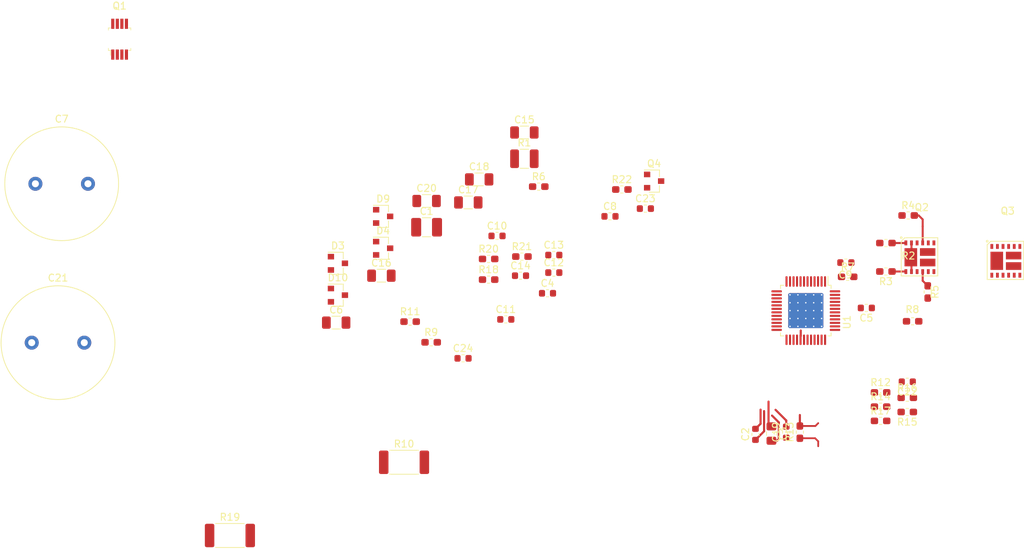
<source format=kicad_pcb>
(kicad_pcb (version 20171130) (host pcbnew "(5.1.4)-1")

  (general
    (thickness 1.6)
    (drawings 0)
    (tracks 35)
    (zones 0)
    (modules 55)
    (nets 47)
  )

  (page A4)
  (layers
    (0 F.Cu signal)
    (31 B.Cu signal)
    (32 B.Adhes user)
    (33 F.Adhes user)
    (34 B.Paste user)
    (35 F.Paste user)
    (36 B.SilkS user)
    (37 F.SilkS user)
    (38 B.Mask user)
    (39 F.Mask user)
    (40 Dwgs.User user)
    (41 Cmts.User user)
    (42 Eco1.User user)
    (43 Eco2.User user)
    (44 Edge.Cuts user)
    (45 Margin user)
    (46 B.CrtYd user)
    (47 F.CrtYd user)
    (48 B.Fab user hide)
    (49 F.Fab user hide)
  )

  (setup
    (last_trace_width 0.28)
    (trace_clearance 0.2)
    (zone_clearance 0.508)
    (zone_45_only no)
    (trace_min 0.2)
    (via_size 0.8)
    (via_drill 0.4)
    (via_min_size 0.4)
    (via_min_drill 0.3)
    (uvia_size 0.3)
    (uvia_drill 0.1)
    (uvias_allowed no)
    (uvia_min_size 0.2)
    (uvia_min_drill 0.1)
    (edge_width 0.05)
    (segment_width 0.2)
    (pcb_text_width 0.3)
    (pcb_text_size 1.5 1.5)
    (mod_edge_width 0.12)
    (mod_text_size 1 1)
    (mod_text_width 0.15)
    (pad_size 1.524 1.524)
    (pad_drill 0.762)
    (pad_to_mask_clearance 0.051)
    (solder_mask_min_width 0.25)
    (aux_axis_origin 0 0)
    (visible_elements 7FFFF7FF)
    (pcbplotparams
      (layerselection 0x010fc_ffffffff)
      (usegerberextensions false)
      (usegerberattributes false)
      (usegerberadvancedattributes false)
      (creategerberjobfile false)
      (excludeedgelayer true)
      (linewidth 0.100000)
      (plotframeref false)
      (viasonmask false)
      (mode 1)
      (useauxorigin false)
      (hpglpennumber 1)
      (hpglpenspeed 20)
      (hpglpendiameter 15.000000)
      (psnegative false)
      (psa4output false)
      (plotreference true)
      (plotvalue true)
      (plotinvisibletext false)
      (padsonsilk false)
      (subtractmaskfromsilk false)
      (outputformat 1)
      (mirror false)
      (drillshape 1)
      (scaleselection 1)
      (outputdirectory ""))
  )

  (net 0 "")
  (net 1 GND)
  (net 2 +VMotor)
  (net 3 "Net-(C2-Pad2)")
  (net 4 "Net-(C2-Pad1)")
  (net 5 "Net-(C3-Pad2)")
  (net 6 "Net-(C3-Pad1)")
  (net 7 "Net-(C5-Pad2)")
  (net 8 /MotorDrv1/StepperB)
  (net 9 +12V)
  (net 10 "Net-(C9-Pad2)")
  (net 11 /MotorDrv1/StepperA)
  (net 12 "Net-(C10-Pad1)")
  (net 13 "Net-(C11-Pad1)")
  (net 14 +3V3)
  (net 15 "Net-(C13-Pad2)")
  (net 16 "Net-(C13-Pad1)")
  (net 17 "Net-(C14-Pad2)")
  (net 18 /MotorDrv1/StepperC)
  (net 19 /MotorDrv1/StepperD)
  (net 20 "Net-(C19-Pad2)")
  (net 21 "Net-(C22-Pad2)")
  (net 22 "Net-(C23-Pad2)")
  (net 23 "Net-(C23-Pad1)")
  (net 24 "Net-(C24-Pad2)")
  (net 25 /MotorDrv1/HA1)
  (net 26 "Net-(Q4-Pad3)")
  (net 27 /MotorDrv1/DRV_ENA)
  (net 28 /MotorDrv1/HB1)
  (net 29 /MotorDrv1/HB2)
  (net 30 /MotorDrv1/LB1)
  (net 31 /MotorDrv1/LB2)
  (net 32 "Net-(R7-Pad1)")
  (net 33 "Net-(R8-Pad1)")
  (net 34 /MotorDrv1/HA2)
  (net 35 /MotorDrv1/LA1)
  (net 36 /MotorDrv1/LA2)
  (net 37 "Net-(R16-Pad1)")
  (net 38 "Net-(R17-Pad1)")
  (net 39 "Net-(Q2-Pad9)")
  (net 40 "Net-(Q2-Pad12)")
  (net 41 "Net-(Q2-Pad4)")
  (net 42 "Net-(Q2-Pad1)")
  (net 43 "Net-(Q3-Pad9)")
  (net 44 "Net-(Q3-Pad12)")
  (net 45 "Net-(Q3-Pad4)")
  (net 46 "Net-(Q3-Pad1)")

  (net_class Default "This is the default net class."
    (clearance 0.2)
    (trace_width 0.28)
    (via_dia 0.8)
    (via_drill 0.4)
    (uvia_dia 0.3)
    (uvia_drill 0.1)
    (add_net +12V)
    (add_net +3V3)
    (add_net +VMotor)
    (add_net /MotorDrv1/CLK)
    (add_net /MotorDrv1/CSN)
    (add_net /MotorDrv1/DRV_ENA)
    (add_net /MotorDrv1/EncA)
    (add_net /MotorDrv1/EncB)
    (add_net /MotorDrv1/EncN)
    (add_net /MotorDrv1/HA1)
    (add_net /MotorDrv1/HA2)
    (add_net /MotorDrv1/HB1)
    (add_net /MotorDrv1/HB2)
    (add_net /MotorDrv1/LA1)
    (add_net /MotorDrv1/LA2)
    (add_net /MotorDrv1/LB1)
    (add_net /MotorDrv1/LB2)
    (add_net /MotorDrv1/MISO)
    (add_net /MotorDrv1/MOSI)
    (add_net /MotorDrv1/StepperA)
    (add_net /MotorDrv1/StepperB)
    (add_net /MotorDrv1/StepperC)
    (add_net /MotorDrv1/StepperD)
    (add_net GND)
    (add_net "Net-(C10-Pad1)")
    (add_net "Net-(C11-Pad1)")
    (add_net "Net-(C13-Pad1)")
    (add_net "Net-(C13-Pad2)")
    (add_net "Net-(C14-Pad2)")
    (add_net "Net-(C19-Pad2)")
    (add_net "Net-(C2-Pad1)")
    (add_net "Net-(C2-Pad2)")
    (add_net "Net-(C22-Pad2)")
    (add_net "Net-(C23-Pad1)")
    (add_net "Net-(C23-Pad2)")
    (add_net "Net-(C24-Pad2)")
    (add_net "Net-(C3-Pad1)")
    (add_net "Net-(C3-Pad2)")
    (add_net "Net-(C5-Pad2)")
    (add_net "Net-(C9-Pad2)")
    (add_net "Net-(Q1-Pad1)")
    (add_net "Net-(Q1-Pad2)")
    (add_net "Net-(Q1-Pad3)")
    (add_net "Net-(Q1-Pad4)")
    (add_net "Net-(Q1-Pad5)")
    (add_net "Net-(Q1-Pad6)")
    (add_net "Net-(Q1-Pad7)")
    (add_net "Net-(Q1-Pad8)")
    (add_net "Net-(Q2-Pad1)")
    (add_net "Net-(Q2-Pad12)")
    (add_net "Net-(Q2-Pad4)")
    (add_net "Net-(Q2-Pad9)")
    (add_net "Net-(Q3-Pad1)")
    (add_net "Net-(Q3-Pad12)")
    (add_net "Net-(Q3-Pad4)")
    (add_net "Net-(Q3-Pad9)")
    (add_net "Net-(Q4-Pad3)")
    (add_net "Net-(R16-Pad1)")
    (add_net "Net-(R17-Pad1)")
    (add_net "Net-(R7-Pad1)")
    (add_net "Net-(R8-Pad1)")
    (add_net "Net-(U1-Pad17)")
    (add_net "Net-(U1-Pad18)")
    (add_net "Net-(U1-Pad21)")
    (add_net "Net-(U1-Pad22)")
    (add_net "Net-(U1-Pad26)")
    (add_net "Net-(U1-Pad27)")
  )

  (module Libs:V-DFN5045-12 (layer F.Cu) (tedit 5D9A4DE5) (tstamp 5DBF7B8E)
    (at 193.902 64.008)
    (path /5D9949FC/5DC400A4)
    (fp_text reference Q3 (at 0.254 -7.12) (layer F.SilkS)
      (effects (font (size 1 1) (thickness 0.15)))
    )
    (fp_text value DMHT6016LFJ (at 0.254 -8.12) (layer F.Fab)
      (effects (font (size 1 1) (thickness 0.15)))
    )
    (fp_line (start -2.159 -2.794) (end -2.667 -2.286) (layer F.SilkS) (width 0.12))
    (fp_circle (center -2.667 -2.794) (end -2.667 -2.667) (layer F.SilkS) (width 0.12))
    (fp_line (start 2.54 -2.794) (end -2.159 -2.794) (layer F.SilkS) (width 0.12))
    (fp_line (start 2.54 2.667) (end 2.54 -2.794) (layer F.SilkS) (width 0.12))
    (fp_line (start -2.667 2.667) (end 2.54 2.667) (layer F.SilkS) (width 0.12))
    (fp_line (start -2.667 -2.286) (end -2.667 2.667) (layer F.SilkS) (width 0.12))
    (pad 15 smd custom (at 1.1 0.75) (size 2.2 1.1) (layers F.Cu F.Paste F.Mask)
      (net 19 /MotorDrv1/StepperD) (zone_connect 0)
      (options (clearance outline) (anchor rect))
      (primitives
      ))
    (pad 14 smd custom (at 1.1 -0.75) (size 2.2 1.1) (layers F.Cu F.Paste F.Mask)
      (net 18 /MotorDrv1/StepperC) (zone_connect 0)
      (options (clearance outline) (anchor rect))
      (primitives
      ))
    (pad 13 smd custom (at -1.3 0) (size 1.8 2.6) (layers F.Cu F.Paste F.Mask)
      (net 2 +VMotor) (zone_connect 0)
      (options (clearance outline) (anchor rect))
      (primitives
      ))
    (pad 7 smd rect (at 1.9905 2.05 180) (size 0.4 0.7) (layers F.Cu F.Paste F.Mask)
      (net 24 "Net-(C24-Pad2)"))
    (pad 8 smd rect (at 1.1905 2.05 180) (size 0.4 0.7) (layers F.Cu F.Paste F.Mask)
      (net 24 "Net-(C24-Pad2)"))
    (pad 9 smd rect (at 0.3905 2.05 180) (size 0.4 0.7) (layers F.Cu F.Paste F.Mask)
      (net 43 "Net-(Q3-Pad9)"))
    (pad 10 smd rect (at -0.4095 2.05 180) (size 0.4 0.7) (layers F.Cu F.Paste F.Mask)
      (net 19 /MotorDrv1/StepperD))
    (pad 11 smd rect (at -1.2095 2.05 180) (size 0.4 0.7) (layers F.Cu F.Paste F.Mask)
      (net 2 +VMotor))
    (pad 12 smd rect (at -2.0095 2.05 180) (size 0.4 0.7) (layers F.Cu F.Paste F.Mask)
      (net 44 "Net-(Q3-Pad12)"))
    (pad 6 smd rect (at 1.9905 -2.05 180) (size 0.4 0.7) (layers F.Cu F.Paste F.Mask)
      (net 24 "Net-(C24-Pad2)"))
    (pad 5 smd rect (at 1.1905 -2.05 180) (size 0.4 0.7) (layers F.Cu F.Paste F.Mask)
      (net 24 "Net-(C24-Pad2)"))
    (pad 4 smd rect (at 0.3905 -2.05 180) (size 0.4 0.7) (layers F.Cu F.Paste F.Mask)
      (net 45 "Net-(Q3-Pad4)"))
    (pad 3 smd rect (at -0.4095 -2.05 180) (size 0.4 0.7) (layers F.Cu F.Paste F.Mask)
      (net 18 /MotorDrv1/StepperC))
    (pad 2 smd rect (at -1.2095 -2.05 180) (size 0.4 0.7) (layers F.Cu F.Paste F.Mask)
      (net 2 +VMotor))
    (pad 1 smd rect (at -2.0095 -2.05 180) (size 0.4 0.7) (layers F.Cu F.Paste F.Mask)
      (net 46 "Net-(Q3-Pad1)"))
  )

  (module Libs:V-DFN5045-12 (layer F.Cu) (tedit 5D9A4DE5) (tstamp 5DBF7B75)
    (at 181.64 63.5)
    (path /5D9949FC/5DC3A6F8)
    (fp_text reference Q2 (at 0.254 -7.12) (layer F.SilkS)
      (effects (font (size 1 1) (thickness 0.15)))
    )
    (fp_text value DMHT6016LFJ (at 0.254 -8.12) (layer F.Fab)
      (effects (font (size 1 1) (thickness 0.15)))
    )
    (fp_line (start -2.159 -2.794) (end -2.667 -2.286) (layer F.SilkS) (width 0.12))
    (fp_circle (center -2.667 -2.794) (end -2.667 -2.667) (layer F.SilkS) (width 0.12))
    (fp_line (start 2.54 -2.794) (end -2.159 -2.794) (layer F.SilkS) (width 0.12))
    (fp_line (start 2.54 2.667) (end 2.54 -2.794) (layer F.SilkS) (width 0.12))
    (fp_line (start -2.667 2.667) (end 2.54 2.667) (layer F.SilkS) (width 0.12))
    (fp_line (start -2.667 -2.286) (end -2.667 2.667) (layer F.SilkS) (width 0.12))
    (pad 15 smd custom (at 1.1 0.75) (size 2.2 1.1) (layers F.Cu F.Paste F.Mask)
      (net 8 /MotorDrv1/StepperB) (zone_connect 0)
      (options (clearance outline) (anchor rect))
      (primitives
      ))
    (pad 14 smd custom (at 1.1 -0.75) (size 2.2 1.1) (layers F.Cu F.Paste F.Mask)
      (net 11 /MotorDrv1/StepperA) (zone_connect 0)
      (options (clearance outline) (anchor rect))
      (primitives
      ))
    (pad 13 smd custom (at -1.3 0) (size 1.8 2.6) (layers F.Cu F.Paste F.Mask)
      (net 2 +VMotor) (zone_connect 0)
      (options (clearance outline) (anchor rect))
      (primitives
      ))
    (pad 7 smd rect (at 1.9905 2.05 180) (size 0.4 0.7) (layers F.Cu F.Paste F.Mask)
      (net 17 "Net-(C14-Pad2)"))
    (pad 8 smd rect (at 1.1905 2.05 180) (size 0.4 0.7) (layers F.Cu F.Paste F.Mask)
      (net 17 "Net-(C14-Pad2)"))
    (pad 9 smd rect (at 0.3905 2.05 180) (size 0.4 0.7) (layers F.Cu F.Paste F.Mask)
      (net 39 "Net-(Q2-Pad9)"))
    (pad 10 smd rect (at -0.4095 2.05 180) (size 0.4 0.7) (layers F.Cu F.Paste F.Mask)
      (net 8 /MotorDrv1/StepperB))
    (pad 11 smd rect (at -1.2095 2.05 180) (size 0.4 0.7) (layers F.Cu F.Paste F.Mask)
      (net 2 +VMotor))
    (pad 12 smd rect (at -2.0095 2.05 180) (size 0.4 0.7) (layers F.Cu F.Paste F.Mask)
      (net 40 "Net-(Q2-Pad12)"))
    (pad 6 smd rect (at 1.9905 -2.05 180) (size 0.4 0.7) (layers F.Cu F.Paste F.Mask)
      (net 17 "Net-(C14-Pad2)"))
    (pad 5 smd rect (at 1.1905 -2.05 180) (size 0.4 0.7) (layers F.Cu F.Paste F.Mask)
      (net 17 "Net-(C14-Pad2)"))
    (pad 4 smd rect (at 0.3905 -2.05 180) (size 0.4 0.7) (layers F.Cu F.Paste F.Mask)
      (net 41 "Net-(Q2-Pad4)"))
    (pad 3 smd rect (at -0.4095 -2.05 180) (size 0.4 0.7) (layers F.Cu F.Paste F.Mask)
      (net 11 /MotorDrv1/StepperA))
    (pad 2 smd rect (at -1.2095 -2.05 180) (size 0.4 0.7) (layers F.Cu F.Paste F.Mask)
      (net 2 +VMotor))
    (pad 1 smd rect (at -2.0095 -2.05 180) (size 0.4 0.7) (layers F.Cu F.Paste F.Mask)
      (net 42 "Net-(Q2-Pad1)"))
  )

  (module Capacitor_SMD:C_0603_1608Metric (layer F.Cu) (tedit 5B301BBE) (tstamp 5D9AECDD)
    (at 173.99 70.739 180)
    (descr "Capacitor SMD 0603 (1608 Metric), square (rectangular) end terminal, IPC_7351 nominal, (Body size source: http://www.tortai-tech.com/upload/download/2011102023233369053.pdf), generated with kicad-footprint-generator")
    (tags capacitor)
    (path /5D9949FC/5D9A2E8A)
    (attr smd)
    (fp_text reference C5 (at 0 -1.43) (layer F.SilkS)
      (effects (font (size 1 1) (thickness 0.15)))
    )
    (fp_text value 470n (at 0 1.43) (layer F.Fab)
      (effects (font (size 1 1) (thickness 0.15)))
    )
    (fp_text user %R (at 0 0) (layer F.Fab)
      (effects (font (size 0.4 0.4) (thickness 0.06)))
    )
    (fp_line (start 1.48 0.73) (end -1.48 0.73) (layer F.CrtYd) (width 0.05))
    (fp_line (start 1.48 -0.73) (end 1.48 0.73) (layer F.CrtYd) (width 0.05))
    (fp_line (start -1.48 -0.73) (end 1.48 -0.73) (layer F.CrtYd) (width 0.05))
    (fp_line (start -1.48 0.73) (end -1.48 -0.73) (layer F.CrtYd) (width 0.05))
    (fp_line (start -0.162779 0.51) (end 0.162779 0.51) (layer F.SilkS) (width 0.12))
    (fp_line (start -0.162779 -0.51) (end 0.162779 -0.51) (layer F.SilkS) (width 0.12))
    (fp_line (start 0.8 0.4) (end -0.8 0.4) (layer F.Fab) (width 0.1))
    (fp_line (start 0.8 -0.4) (end 0.8 0.4) (layer F.Fab) (width 0.1))
    (fp_line (start -0.8 -0.4) (end 0.8 -0.4) (layer F.Fab) (width 0.1))
    (fp_line (start -0.8 0.4) (end -0.8 -0.4) (layer F.Fab) (width 0.1))
    (pad 2 smd roundrect (at 0.7875 0 180) (size 0.875 0.95) (layers F.Cu F.Paste F.Mask) (roundrect_rratio 0.25)
      (net 7 "Net-(C5-Pad2)"))
    (pad 1 smd roundrect (at -0.7875 0 180) (size 0.875 0.95) (layers F.Cu F.Paste F.Mask) (roundrect_rratio 0.25)
      (net 8 /MotorDrv1/StepperB))
    (model ${KISYS3DMOD}/Capacitor_SMD.3dshapes/C_0603_1608Metric.wrl
      (at (xyz 0 0 0))
      (scale (xyz 1 1 1))
      (rotate (xyz 0 0 0))
    )
  )

  (module Capacitor_SMD:C_0603_1608Metric (layer F.Cu) (tedit 5B301BBE) (tstamp 5D9AECCC)
    (at 128.49946 68.64248)
    (descr "Capacitor SMD 0603 (1608 Metric), square (rectangular) end terminal, IPC_7351 nominal, (Body size source: http://www.tortai-tech.com/upload/download/2011102023233369053.pdf), generated with kicad-footprint-generator")
    (tags capacitor)
    (path /5D9949FC/5D9A2EA1)
    (attr smd)
    (fp_text reference C4 (at 0 -1.43) (layer F.SilkS)
      (effects (font (size 1 1) (thickness 0.15)))
    )
    (fp_text value 220n (at 0 1.43) (layer F.Fab)
      (effects (font (size 1 1) (thickness 0.15)))
    )
    (fp_text user %R (at 0 0) (layer F.Fab)
      (effects (font (size 0.4 0.4) (thickness 0.06)))
    )
    (fp_line (start 1.48 0.73) (end -1.48 0.73) (layer F.CrtYd) (width 0.05))
    (fp_line (start 1.48 -0.73) (end 1.48 0.73) (layer F.CrtYd) (width 0.05))
    (fp_line (start -1.48 -0.73) (end 1.48 -0.73) (layer F.CrtYd) (width 0.05))
    (fp_line (start -1.48 0.73) (end -1.48 -0.73) (layer F.CrtYd) (width 0.05))
    (fp_line (start -0.162779 0.51) (end 0.162779 0.51) (layer F.SilkS) (width 0.12))
    (fp_line (start -0.162779 -0.51) (end 0.162779 -0.51) (layer F.SilkS) (width 0.12))
    (fp_line (start 0.8 0.4) (end -0.8 0.4) (layer F.Fab) (width 0.1))
    (fp_line (start 0.8 -0.4) (end 0.8 0.4) (layer F.Fab) (width 0.1))
    (fp_line (start -0.8 -0.4) (end 0.8 -0.4) (layer F.Fab) (width 0.1))
    (fp_line (start -0.8 0.4) (end -0.8 -0.4) (layer F.Fab) (width 0.1))
    (pad 2 smd roundrect (at 0.7875 0) (size 0.875 0.95) (layers F.Cu F.Paste F.Mask) (roundrect_rratio 0.25)
      (net 1 GND))
    (pad 1 smd roundrect (at -0.7875 0) (size 0.875 0.95) (layers F.Cu F.Paste F.Mask) (roundrect_rratio 0.25)
      (net 6 "Net-(C3-Pad1)"))
    (model ${KISYS3DMOD}/Capacitor_SMD.3dshapes/C_0603_1608Metric.wrl
      (at (xyz 0 0 0))
      (scale (xyz 1 1 1))
      (rotate (xyz 0 0 0))
    )
  )

  (module Resistor_SMD:R_0603_1608Metric_Pad1.05x0.95mm_HandSolder (layer F.Cu) (tedit 5B301BBD) (tstamp 5D9AF121)
    (at 139.11146 53.82248)
    (descr "Resistor SMD 0603 (1608 Metric), square (rectangular) end terminal, IPC_7351 nominal with elongated pad for handsoldering. (Body size source: http://www.tortai-tech.com/upload/download/2011102023233369053.pdf), generated with kicad-footprint-generator")
    (tags "resistor handsolder")
    (path /5D9949FC/5DF3F1E4)
    (attr smd)
    (fp_text reference R22 (at 0 -1.43) (layer F.SilkS)
      (effects (font (size 1 1) (thickness 0.15)))
    )
    (fp_text value 100K (at 0 1.43) (layer F.Fab)
      (effects (font (size 1 1) (thickness 0.15)))
    )
    (fp_text user %R (at 0 0) (layer F.Fab)
      (effects (font (size 0.4 0.4) (thickness 0.06)))
    )
    (fp_line (start 1.65 0.73) (end -1.65 0.73) (layer F.CrtYd) (width 0.05))
    (fp_line (start 1.65 -0.73) (end 1.65 0.73) (layer F.CrtYd) (width 0.05))
    (fp_line (start -1.65 -0.73) (end 1.65 -0.73) (layer F.CrtYd) (width 0.05))
    (fp_line (start -1.65 0.73) (end -1.65 -0.73) (layer F.CrtYd) (width 0.05))
    (fp_line (start -0.171267 0.51) (end 0.171267 0.51) (layer F.SilkS) (width 0.12))
    (fp_line (start -0.171267 -0.51) (end 0.171267 -0.51) (layer F.SilkS) (width 0.12))
    (fp_line (start 0.8 0.4) (end -0.8 0.4) (layer F.Fab) (width 0.1))
    (fp_line (start 0.8 -0.4) (end 0.8 0.4) (layer F.Fab) (width 0.1))
    (fp_line (start -0.8 -0.4) (end 0.8 -0.4) (layer F.Fab) (width 0.1))
    (fp_line (start -0.8 0.4) (end -0.8 -0.4) (layer F.Fab) (width 0.1))
    (pad 2 smd roundrect (at 0.875 0) (size 1.05 0.95) (layers F.Cu F.Paste F.Mask) (roundrect_rratio 0.25)
      (net 27 /MotorDrv1/DRV_ENA))
    (pad 1 smd roundrect (at -0.875 0) (size 1.05 0.95) (layers F.Cu F.Paste F.Mask) (roundrect_rratio 0.25)
      (net 1 GND))
    (model ${KISYS3DMOD}/Resistor_SMD.3dshapes/R_0603_1608Metric.wrl
      (at (xyz 0 0 0))
      (scale (xyz 1 1 1))
      (rotate (xyz 0 0 0))
    )
  )

  (module Resistor_SMD:R_0603_1608Metric_Pad1.05x0.95mm_HandSolder (layer F.Cu) (tedit 5B301BBD) (tstamp 5D9AF110)
    (at 124.84946 63.40248)
    (descr "Resistor SMD 0603 (1608 Metric), square (rectangular) end terminal, IPC_7351 nominal with elongated pad for handsoldering. (Body size source: http://www.tortai-tech.com/upload/download/2011102023233369053.pdf), generated with kicad-footprint-generator")
    (tags "resistor handsolder")
    (path /5D9949FC/5DF016F3)
    (attr smd)
    (fp_text reference R21 (at 0 -1.43) (layer F.SilkS)
      (effects (font (size 1 1) (thickness 0.15)))
    )
    (fp_text value 100K (at 0 1.43) (layer F.Fab)
      (effects (font (size 1 1) (thickness 0.15)))
    )
    (fp_text user %R (at 0 0) (layer F.Fab)
      (effects (font (size 0.4 0.4) (thickness 0.06)))
    )
    (fp_line (start 1.65 0.73) (end -1.65 0.73) (layer F.CrtYd) (width 0.05))
    (fp_line (start 1.65 -0.73) (end 1.65 0.73) (layer F.CrtYd) (width 0.05))
    (fp_line (start -1.65 -0.73) (end 1.65 -0.73) (layer F.CrtYd) (width 0.05))
    (fp_line (start -1.65 0.73) (end -1.65 -0.73) (layer F.CrtYd) (width 0.05))
    (fp_line (start -0.171267 0.51) (end 0.171267 0.51) (layer F.SilkS) (width 0.12))
    (fp_line (start -0.171267 -0.51) (end 0.171267 -0.51) (layer F.SilkS) (width 0.12))
    (fp_line (start 0.8 0.4) (end -0.8 0.4) (layer F.Fab) (width 0.1))
    (fp_line (start 0.8 -0.4) (end 0.8 0.4) (layer F.Fab) (width 0.1))
    (fp_line (start -0.8 -0.4) (end 0.8 -0.4) (layer F.Fab) (width 0.1))
    (fp_line (start -0.8 0.4) (end -0.8 -0.4) (layer F.Fab) (width 0.1))
    (pad 2 smd roundrect (at 0.875 0) (size 1.05 0.95) (layers F.Cu F.Paste F.Mask) (roundrect_rratio 0.25)
      (net 14 +3V3))
    (pad 1 smd roundrect (at -0.875 0) (size 1.05 0.95) (layers F.Cu F.Paste F.Mask) (roundrect_rratio 0.25)
      (net 26 "Net-(Q4-Pad3)"))
    (model ${KISYS3DMOD}/Resistor_SMD.3dshapes/R_0603_1608Metric.wrl
      (at (xyz 0 0 0))
      (scale (xyz 1 1 1))
      (rotate (xyz 0 0 0))
    )
  )

  (module Resistor_SMD:R_0603_1608Metric_Pad1.05x0.95mm_HandSolder (layer F.Cu) (tedit 5B301BBD) (tstamp 5D9AF0FF)
    (at 120.09946 63.74248)
    (descr "Resistor SMD 0603 (1608 Metric), square (rectangular) end terminal, IPC_7351 nominal with elongated pad for handsoldering. (Body size source: http://www.tortai-tech.com/upload/download/2011102023233369053.pdf), generated with kicad-footprint-generator")
    (tags "resistor handsolder")
    (path /5D9949FC/5DD2A5B1)
    (attr smd)
    (fp_text reference R20 (at 0 -1.43) (layer F.SilkS)
      (effects (font (size 1 1) (thickness 0.15)))
    )
    (fp_text value 47R (at 0 1.43) (layer F.Fab)
      (effects (font (size 1 1) (thickness 0.15)))
    )
    (fp_text user %R (at 0 0) (layer F.Fab)
      (effects (font (size 0.4 0.4) (thickness 0.06)))
    )
    (fp_line (start 1.65 0.73) (end -1.65 0.73) (layer F.CrtYd) (width 0.05))
    (fp_line (start 1.65 -0.73) (end 1.65 0.73) (layer F.CrtYd) (width 0.05))
    (fp_line (start -1.65 -0.73) (end 1.65 -0.73) (layer F.CrtYd) (width 0.05))
    (fp_line (start -1.65 0.73) (end -1.65 -0.73) (layer F.CrtYd) (width 0.05))
    (fp_line (start -0.171267 0.51) (end 0.171267 0.51) (layer F.SilkS) (width 0.12))
    (fp_line (start -0.171267 -0.51) (end 0.171267 -0.51) (layer F.SilkS) (width 0.12))
    (fp_line (start 0.8 0.4) (end -0.8 0.4) (layer F.Fab) (width 0.1))
    (fp_line (start 0.8 -0.4) (end 0.8 0.4) (layer F.Fab) (width 0.1))
    (fp_line (start -0.8 -0.4) (end 0.8 -0.4) (layer F.Fab) (width 0.1))
    (fp_line (start -0.8 0.4) (end -0.8 -0.4) (layer F.Fab) (width 0.1))
    (pad 2 smd roundrect (at 0.875 0) (size 1.05 0.95) (layers F.Cu F.Paste F.Mask) (roundrect_rratio 0.25)
      (net 23 "Net-(C23-Pad1)"))
    (pad 1 smd roundrect (at -0.875 0) (size 1.05 0.95) (layers F.Cu F.Paste F.Mask) (roundrect_rratio 0.25)
      (net 1 GND))
    (model ${KISYS3DMOD}/Resistor_SMD.3dshapes/R_0603_1608Metric.wrl
      (at (xyz 0 0 0))
      (scale (xyz 1 1 1))
      (rotate (xyz 0 0 0))
    )
  )

  (module Resistor_SMD:R_0603_1608Metric_Pad1.05x0.95mm_HandSolder (layer F.Cu) (tedit 5B301BBD) (tstamp 5D9AF0DD)
    (at 120.09946 66.69248)
    (descr "Resistor SMD 0603 (1608 Metric), square (rectangular) end terminal, IPC_7351 nominal with elongated pad for handsoldering. (Body size source: http://www.tortai-tech.com/upload/download/2011102023233369053.pdf), generated with kicad-footprint-generator")
    (tags "resistor handsolder")
    (path /5D9949FC/5DD2A5AB)
    (attr smd)
    (fp_text reference R18 (at 0 -1.43) (layer F.SilkS)
      (effects (font (size 1 1) (thickness 0.15)))
    )
    (fp_text value 47R (at 0 1.43) (layer F.Fab)
      (effects (font (size 1 1) (thickness 0.15)))
    )
    (fp_text user %R (at 0 0) (layer F.Fab)
      (effects (font (size 0.4 0.4) (thickness 0.06)))
    )
    (fp_line (start 1.65 0.73) (end -1.65 0.73) (layer F.CrtYd) (width 0.05))
    (fp_line (start 1.65 -0.73) (end 1.65 0.73) (layer F.CrtYd) (width 0.05))
    (fp_line (start -1.65 -0.73) (end 1.65 -0.73) (layer F.CrtYd) (width 0.05))
    (fp_line (start -1.65 0.73) (end -1.65 -0.73) (layer F.CrtYd) (width 0.05))
    (fp_line (start -0.171267 0.51) (end 0.171267 0.51) (layer F.SilkS) (width 0.12))
    (fp_line (start -0.171267 -0.51) (end 0.171267 -0.51) (layer F.SilkS) (width 0.12))
    (fp_line (start 0.8 0.4) (end -0.8 0.4) (layer F.Fab) (width 0.1))
    (fp_line (start 0.8 -0.4) (end 0.8 0.4) (layer F.Fab) (width 0.1))
    (fp_line (start -0.8 -0.4) (end 0.8 -0.4) (layer F.Fab) (width 0.1))
    (fp_line (start -0.8 0.4) (end -0.8 -0.4) (layer F.Fab) (width 0.1))
    (pad 2 smd roundrect (at 0.875 0) (size 1.05 0.95) (layers F.Cu F.Paste F.Mask) (roundrect_rratio 0.25)
      (net 22 "Net-(C23-Pad2)"))
    (pad 1 smd roundrect (at -0.875 0) (size 1.05 0.95) (layers F.Cu F.Paste F.Mask) (roundrect_rratio 0.25)
      (net 24 "Net-(C24-Pad2)"))
    (model ${KISYS3DMOD}/Resistor_SMD.3dshapes/R_0603_1608Metric.wrl
      (at (xyz 0 0 0))
      (scale (xyz 1 1 1))
      (rotate (xyz 0 0 0))
    )
  )

  (module Resistor_SMD:R_0603_1608Metric_Pad1.05x0.95mm_HandSolder (layer F.Cu) (tedit 5B301BBD) (tstamp 5D9AF0CC)
    (at 176.022 86.868)
    (descr "Resistor SMD 0603 (1608 Metric), square (rectangular) end terminal, IPC_7351 nominal with elongated pad for handsoldering. (Body size source: http://www.tortai-tech.com/upload/download/2011102023233369053.pdf), generated with kicad-footprint-generator")
    (tags "resistor handsolder")
    (path /5D9949FC/5DD2A637)
    (attr smd)
    (fp_text reference R17 (at 0 -1.43) (layer F.SilkS)
      (effects (font (size 1 1) (thickness 0.15)))
    )
    (fp_text value 0R (at 0 1.43) (layer F.Fab)
      (effects (font (size 1 1) (thickness 0.15)))
    )
    (fp_text user %R (at 0 0) (layer F.Fab)
      (effects (font (size 0.4 0.4) (thickness 0.06)))
    )
    (fp_line (start 1.65 0.73) (end -1.65 0.73) (layer F.CrtYd) (width 0.05))
    (fp_line (start 1.65 -0.73) (end 1.65 0.73) (layer F.CrtYd) (width 0.05))
    (fp_line (start -1.65 -0.73) (end 1.65 -0.73) (layer F.CrtYd) (width 0.05))
    (fp_line (start -1.65 0.73) (end -1.65 -0.73) (layer F.CrtYd) (width 0.05))
    (fp_line (start -0.171267 0.51) (end 0.171267 0.51) (layer F.SilkS) (width 0.12))
    (fp_line (start -0.171267 -0.51) (end 0.171267 -0.51) (layer F.SilkS) (width 0.12))
    (fp_line (start 0.8 0.4) (end -0.8 0.4) (layer F.Fab) (width 0.1))
    (fp_line (start 0.8 -0.4) (end 0.8 0.4) (layer F.Fab) (width 0.1))
    (fp_line (start -0.8 -0.4) (end 0.8 -0.4) (layer F.Fab) (width 0.1))
    (fp_line (start -0.8 0.4) (end -0.8 -0.4) (layer F.Fab) (width 0.1))
    (pad 2 smd roundrect (at 0.875 0) (size 1.05 0.95) (layers F.Cu F.Paste F.Mask) (roundrect_rratio 0.25)
      (net 19 /MotorDrv1/StepperD))
    (pad 1 smd roundrect (at -0.875 0) (size 1.05 0.95) (layers F.Cu F.Paste F.Mask) (roundrect_rratio 0.25)
      (net 38 "Net-(R17-Pad1)"))
    (model ${KISYS3DMOD}/Resistor_SMD.3dshapes/R_0603_1608Metric.wrl
      (at (xyz 0 0 0))
      (scale (xyz 1 1 1))
      (rotate (xyz 0 0 0))
    )
  )

  (module Resistor_SMD:R_0603_1608Metric_Pad1.05x0.95mm_HandSolder (layer F.Cu) (tedit 5B301BBD) (tstamp 5D9AF0BB)
    (at 179.832 83.566)
    (descr "Resistor SMD 0603 (1608 Metric), square (rectangular) end terminal, IPC_7351 nominal with elongated pad for handsoldering. (Body size source: http://www.tortai-tech.com/upload/download/2011102023233369053.pdf), generated with kicad-footprint-generator")
    (tags "resistor handsolder")
    (path /5D9949FC/5DD2A631)
    (attr smd)
    (fp_text reference R16 (at 0 -1.43) (layer F.SilkS)
      (effects (font (size 1 1) (thickness 0.15)))
    )
    (fp_text value 0R (at 0 1.43) (layer F.Fab)
      (effects (font (size 1 1) (thickness 0.15)))
    )
    (fp_text user %R (at 0 0) (layer F.Fab)
      (effects (font (size 0.4 0.4) (thickness 0.06)))
    )
    (fp_line (start 1.65 0.73) (end -1.65 0.73) (layer F.CrtYd) (width 0.05))
    (fp_line (start 1.65 -0.73) (end 1.65 0.73) (layer F.CrtYd) (width 0.05))
    (fp_line (start -1.65 -0.73) (end 1.65 -0.73) (layer F.CrtYd) (width 0.05))
    (fp_line (start -1.65 0.73) (end -1.65 -0.73) (layer F.CrtYd) (width 0.05))
    (fp_line (start -0.171267 0.51) (end 0.171267 0.51) (layer F.SilkS) (width 0.12))
    (fp_line (start -0.171267 -0.51) (end 0.171267 -0.51) (layer F.SilkS) (width 0.12))
    (fp_line (start 0.8 0.4) (end -0.8 0.4) (layer F.Fab) (width 0.1))
    (fp_line (start 0.8 -0.4) (end 0.8 0.4) (layer F.Fab) (width 0.1))
    (fp_line (start -0.8 -0.4) (end 0.8 -0.4) (layer F.Fab) (width 0.1))
    (fp_line (start -0.8 0.4) (end -0.8 -0.4) (layer F.Fab) (width 0.1))
    (pad 2 smd roundrect (at 0.875 0) (size 1.05 0.95) (layers F.Cu F.Paste F.Mask) (roundrect_rratio 0.25)
      (net 18 /MotorDrv1/StepperC))
    (pad 1 smd roundrect (at -0.875 0) (size 1.05 0.95) (layers F.Cu F.Paste F.Mask) (roundrect_rratio 0.25)
      (net 37 "Net-(R16-Pad1)"))
    (model ${KISYS3DMOD}/Resistor_SMD.3dshapes/R_0603_1608Metric.wrl
      (at (xyz 0 0 0))
      (scale (xyz 1 1 1))
      (rotate (xyz 0 0 0))
    )
  )

  (module Resistor_SMD:R_0603_1608Metric_Pad1.05x0.95mm_HandSolder (layer F.Cu) (tedit 5B301BBD) (tstamp 5D9AF0AA)
    (at 179.832 85.598 180)
    (descr "Resistor SMD 0603 (1608 Metric), square (rectangular) end terminal, IPC_7351 nominal with elongated pad for handsoldering. (Body size source: http://www.tortai-tech.com/upload/download/2011102023233369053.pdf), generated with kicad-footprint-generator")
    (tags "resistor handsolder")
    (path /5D9949FC/5DD2A612)
    (attr smd)
    (fp_text reference R15 (at 0 -1.43) (layer F.SilkS)
      (effects (font (size 1 1) (thickness 0.15)))
    )
    (fp_text value 12R (at 0 1.43) (layer F.Fab)
      (effects (font (size 1 1) (thickness 0.15)))
    )
    (fp_text user %R (at 0 0) (layer F.Fab)
      (effects (font (size 0.4 0.4) (thickness 0.06)))
    )
    (fp_line (start 1.65 0.73) (end -1.65 0.73) (layer F.CrtYd) (width 0.05))
    (fp_line (start 1.65 -0.73) (end 1.65 0.73) (layer F.CrtYd) (width 0.05))
    (fp_line (start -1.65 -0.73) (end 1.65 -0.73) (layer F.CrtYd) (width 0.05))
    (fp_line (start -1.65 0.73) (end -1.65 -0.73) (layer F.CrtYd) (width 0.05))
    (fp_line (start -0.171267 0.51) (end 0.171267 0.51) (layer F.SilkS) (width 0.12))
    (fp_line (start -0.171267 -0.51) (end 0.171267 -0.51) (layer F.SilkS) (width 0.12))
    (fp_line (start 0.8 0.4) (end -0.8 0.4) (layer F.Fab) (width 0.1))
    (fp_line (start 0.8 -0.4) (end 0.8 0.4) (layer F.Fab) (width 0.1))
    (fp_line (start -0.8 -0.4) (end 0.8 -0.4) (layer F.Fab) (width 0.1))
    (fp_line (start -0.8 0.4) (end -0.8 -0.4) (layer F.Fab) (width 0.1))
    (pad 2 smd roundrect (at 0.875 0 180) (size 1.05 0.95) (layers F.Cu F.Paste F.Mask) (roundrect_rratio 0.25)
      (net 36 /MotorDrv1/LA2))
    (pad 1 smd roundrect (at -0.875 0 180) (size 1.05 0.95) (layers F.Cu F.Paste F.Mask) (roundrect_rratio 0.25)
      (net 43 "Net-(Q3-Pad9)"))
    (model ${KISYS3DMOD}/Resistor_SMD.3dshapes/R_0603_1608Metric.wrl
      (at (xyz 0 0 0))
      (scale (xyz 1 1 1))
      (rotate (xyz 0 0 0))
    )
  )

  (module Resistor_SMD:R_0603_1608Metric_Pad1.05x0.95mm_HandSolder (layer F.Cu) (tedit 5B301BBD) (tstamp 5D9AF099)
    (at 176.022 84.836)
    (descr "Resistor SMD 0603 (1608 Metric), square (rectangular) end terminal, IPC_7351 nominal with elongated pad for handsoldering. (Body size source: http://www.tortai-tech.com/upload/download/2011102023233369053.pdf), generated with kicad-footprint-generator")
    (tags "resistor handsolder")
    (path /5D9949FC/5DD2A618)
    (attr smd)
    (fp_text reference R14 (at 0 -1.43) (layer F.SilkS)
      (effects (font (size 1 1) (thickness 0.15)))
    )
    (fp_text value 12R (at 0 1.43) (layer F.Fab)
      (effects (font (size 1 1) (thickness 0.15)))
    )
    (fp_text user %R (at 0 0) (layer F.Fab)
      (effects (font (size 0.4 0.4) (thickness 0.06)))
    )
    (fp_line (start 1.65 0.73) (end -1.65 0.73) (layer F.CrtYd) (width 0.05))
    (fp_line (start 1.65 -0.73) (end 1.65 0.73) (layer F.CrtYd) (width 0.05))
    (fp_line (start -1.65 -0.73) (end 1.65 -0.73) (layer F.CrtYd) (width 0.05))
    (fp_line (start -1.65 0.73) (end -1.65 -0.73) (layer F.CrtYd) (width 0.05))
    (fp_line (start -0.171267 0.51) (end 0.171267 0.51) (layer F.SilkS) (width 0.12))
    (fp_line (start -0.171267 -0.51) (end 0.171267 -0.51) (layer F.SilkS) (width 0.12))
    (fp_line (start 0.8 0.4) (end -0.8 0.4) (layer F.Fab) (width 0.1))
    (fp_line (start 0.8 -0.4) (end 0.8 0.4) (layer F.Fab) (width 0.1))
    (fp_line (start -0.8 -0.4) (end 0.8 -0.4) (layer F.Fab) (width 0.1))
    (fp_line (start -0.8 0.4) (end -0.8 -0.4) (layer F.Fab) (width 0.1))
    (pad 2 smd roundrect (at 0.875 0) (size 1.05 0.95) (layers F.Cu F.Paste F.Mask) (roundrect_rratio 0.25)
      (net 45 "Net-(Q3-Pad4)"))
    (pad 1 smd roundrect (at -0.875 0) (size 1.05 0.95) (layers F.Cu F.Paste F.Mask) (roundrect_rratio 0.25)
      (net 35 /MotorDrv1/LA1))
    (model ${KISYS3DMOD}/Resistor_SMD.3dshapes/R_0603_1608Metric.wrl
      (at (xyz 0 0 0))
      (scale (xyz 1 1 1))
      (rotate (xyz 0 0 0))
    )
  )

  (module Resistor_SMD:R_0603_1608Metric_Pad1.05x0.95mm_HandSolder (layer F.Cu) (tedit 5B301BBD) (tstamp 5D9AF088)
    (at 164.50564 88.47074 90)
    (descr "Resistor SMD 0603 (1608 Metric), square (rectangular) end terminal, IPC_7351 nominal with elongated pad for handsoldering. (Body size source: http://www.tortai-tech.com/upload/download/2011102023233369053.pdf), generated with kicad-footprint-generator")
    (tags "resistor handsolder")
    (path /5D9949FC/5DD2A5B7)
    (attr smd)
    (fp_text reference R13 (at 0 -1.43 90) (layer F.SilkS)
      (effects (font (size 1 1) (thickness 0.15)))
    )
    (fp_text value 12R (at 0 1.43 90) (layer F.Fab)
      (effects (font (size 1 1) (thickness 0.15)))
    )
    (fp_text user %R (at 0 0 90) (layer F.Fab)
      (effects (font (size 0.4 0.4) (thickness 0.06)))
    )
    (fp_line (start 1.65 0.73) (end -1.65 0.73) (layer F.CrtYd) (width 0.05))
    (fp_line (start 1.65 -0.73) (end 1.65 0.73) (layer F.CrtYd) (width 0.05))
    (fp_line (start -1.65 -0.73) (end 1.65 -0.73) (layer F.CrtYd) (width 0.05))
    (fp_line (start -1.65 0.73) (end -1.65 -0.73) (layer F.CrtYd) (width 0.05))
    (fp_line (start -0.171267 0.51) (end 0.171267 0.51) (layer F.SilkS) (width 0.12))
    (fp_line (start -0.171267 -0.51) (end 0.171267 -0.51) (layer F.SilkS) (width 0.12))
    (fp_line (start 0.8 0.4) (end -0.8 0.4) (layer F.Fab) (width 0.1))
    (fp_line (start 0.8 -0.4) (end 0.8 0.4) (layer F.Fab) (width 0.1))
    (fp_line (start -0.8 -0.4) (end 0.8 -0.4) (layer F.Fab) (width 0.1))
    (fp_line (start -0.8 0.4) (end -0.8 -0.4) (layer F.Fab) (width 0.1))
    (pad 2 smd roundrect (at 0.875 0 90) (size 1.05 0.95) (layers F.Cu F.Paste F.Mask) (roundrect_rratio 0.25)
      (net 34 /MotorDrv1/HA2))
    (pad 1 smd roundrect (at -0.875 0 90) (size 1.05 0.95) (layers F.Cu F.Paste F.Mask) (roundrect_rratio 0.25)
      (net 44 "Net-(Q3-Pad12)"))
    (model ${KISYS3DMOD}/Resistor_SMD.3dshapes/R_0603_1608Metric.wrl
      (at (xyz 0 0 0))
      (scale (xyz 1 1 1))
      (rotate (xyz 0 0 0))
    )
  )

  (module Resistor_SMD:R_0603_1608Metric_Pad1.05x0.95mm_HandSolder (layer F.Cu) (tedit 5B301BBD) (tstamp 5D9AF077)
    (at 176.022 82.804)
    (descr "Resistor SMD 0603 (1608 Metric), square (rectangular) end terminal, IPC_7351 nominal with elongated pad for handsoldering. (Body size source: http://www.tortai-tech.com/upload/download/2011102023233369053.pdf), generated with kicad-footprint-generator")
    (tags "resistor handsolder")
    (path /5D9949FC/5DD2A61E)
    (attr smd)
    (fp_text reference R12 (at 0 -1.43) (layer F.SilkS)
      (effects (font (size 1 1) (thickness 0.15)))
    )
    (fp_text value 12R (at 0 1.43) (layer F.Fab)
      (effects (font (size 1 1) (thickness 0.15)))
    )
    (fp_text user %R (at 0 0) (layer F.Fab)
      (effects (font (size 0.4 0.4) (thickness 0.06)))
    )
    (fp_line (start 1.65 0.73) (end -1.65 0.73) (layer F.CrtYd) (width 0.05))
    (fp_line (start 1.65 -0.73) (end 1.65 0.73) (layer F.CrtYd) (width 0.05))
    (fp_line (start -1.65 -0.73) (end 1.65 -0.73) (layer F.CrtYd) (width 0.05))
    (fp_line (start -1.65 0.73) (end -1.65 -0.73) (layer F.CrtYd) (width 0.05))
    (fp_line (start -0.171267 0.51) (end 0.171267 0.51) (layer F.SilkS) (width 0.12))
    (fp_line (start -0.171267 -0.51) (end 0.171267 -0.51) (layer F.SilkS) (width 0.12))
    (fp_line (start 0.8 0.4) (end -0.8 0.4) (layer F.Fab) (width 0.1))
    (fp_line (start 0.8 -0.4) (end 0.8 0.4) (layer F.Fab) (width 0.1))
    (fp_line (start -0.8 -0.4) (end 0.8 -0.4) (layer F.Fab) (width 0.1))
    (fp_line (start -0.8 0.4) (end -0.8 -0.4) (layer F.Fab) (width 0.1))
    (pad 2 smd roundrect (at 0.875 0) (size 1.05 0.95) (layers F.Cu F.Paste F.Mask) (roundrect_rratio 0.25)
      (net 46 "Net-(Q3-Pad1)"))
    (pad 1 smd roundrect (at -0.875 0) (size 1.05 0.95) (layers F.Cu F.Paste F.Mask) (roundrect_rratio 0.25)
      (net 25 /MotorDrv1/HA1))
    (model ${KISYS3DMOD}/Resistor_SMD.3dshapes/R_0603_1608Metric.wrl
      (at (xyz 0 0 0))
      (scale (xyz 1 1 1))
      (rotate (xyz 0 0 0))
    )
  )

  (module Resistor_SMD:R_0603_1608Metric_Pad1.05x0.95mm_HandSolder (layer F.Cu) (tedit 5B301BBD) (tstamp 5D9AF066)
    (at 108.89946 72.69248)
    (descr "Resistor SMD 0603 (1608 Metric), square (rectangular) end terminal, IPC_7351 nominal with elongated pad for handsoldering. (Body size source: http://www.tortai-tech.com/upload/download/2011102023233369053.pdf), generated with kicad-footprint-generator")
    (tags "resistor handsolder")
    (path /5D9949FC/5D9A2ED6)
    (attr smd)
    (fp_text reference R11 (at 0 -1.43) (layer F.SilkS)
      (effects (font (size 1 1) (thickness 0.15)))
    )
    (fp_text value 47R (at 0 1.43) (layer F.Fab)
      (effects (font (size 1 1) (thickness 0.15)))
    )
    (fp_text user %R (at 0 0) (layer F.Fab)
      (effects (font (size 0.4 0.4) (thickness 0.06)))
    )
    (fp_line (start 1.65 0.73) (end -1.65 0.73) (layer F.CrtYd) (width 0.05))
    (fp_line (start 1.65 -0.73) (end 1.65 0.73) (layer F.CrtYd) (width 0.05))
    (fp_line (start -1.65 -0.73) (end 1.65 -0.73) (layer F.CrtYd) (width 0.05))
    (fp_line (start -1.65 0.73) (end -1.65 -0.73) (layer F.CrtYd) (width 0.05))
    (fp_line (start -0.171267 0.51) (end 0.171267 0.51) (layer F.SilkS) (width 0.12))
    (fp_line (start -0.171267 -0.51) (end 0.171267 -0.51) (layer F.SilkS) (width 0.12))
    (fp_line (start 0.8 0.4) (end -0.8 0.4) (layer F.Fab) (width 0.1))
    (fp_line (start 0.8 -0.4) (end 0.8 0.4) (layer F.Fab) (width 0.1))
    (fp_line (start -0.8 -0.4) (end 0.8 -0.4) (layer F.Fab) (width 0.1))
    (fp_line (start -0.8 0.4) (end -0.8 -0.4) (layer F.Fab) (width 0.1))
    (pad 2 smd roundrect (at 0.875 0) (size 1.05 0.95) (layers F.Cu F.Paste F.Mask) (roundrect_rratio 0.25)
      (net 16 "Net-(C13-Pad1)"))
    (pad 1 smd roundrect (at -0.875 0) (size 1.05 0.95) (layers F.Cu F.Paste F.Mask) (roundrect_rratio 0.25)
      (net 1 GND))
    (model ${KISYS3DMOD}/Resistor_SMD.3dshapes/R_0603_1608Metric.wrl
      (at (xyz 0 0 0))
      (scale (xyz 1 1 1))
      (rotate (xyz 0 0 0))
    )
  )

  (module Resistor_SMD:R_0603_1608Metric_Pad1.05x0.95mm_HandSolder (layer F.Cu) (tedit 5B301BBD) (tstamp 5D9AF044)
    (at 111.89946 75.64248)
    (descr "Resistor SMD 0603 (1608 Metric), square (rectangular) end terminal, IPC_7351 nominal with elongated pad for handsoldering. (Body size source: http://www.tortai-tech.com/upload/download/2011102023233369053.pdf), generated with kicad-footprint-generator")
    (tags "resistor handsolder")
    (path /5D9949FC/5D9A2ED0)
    (attr smd)
    (fp_text reference R9 (at 0 -1.43) (layer F.SilkS)
      (effects (font (size 1 1) (thickness 0.15)))
    )
    (fp_text value 47R (at 0 1.43) (layer F.Fab)
      (effects (font (size 1 1) (thickness 0.15)))
    )
    (fp_text user %R (at 0 0) (layer F.Fab)
      (effects (font (size 0.4 0.4) (thickness 0.06)))
    )
    (fp_line (start 1.65 0.73) (end -1.65 0.73) (layer F.CrtYd) (width 0.05))
    (fp_line (start 1.65 -0.73) (end 1.65 0.73) (layer F.CrtYd) (width 0.05))
    (fp_line (start -1.65 -0.73) (end 1.65 -0.73) (layer F.CrtYd) (width 0.05))
    (fp_line (start -1.65 0.73) (end -1.65 -0.73) (layer F.CrtYd) (width 0.05))
    (fp_line (start -0.171267 0.51) (end 0.171267 0.51) (layer F.SilkS) (width 0.12))
    (fp_line (start -0.171267 -0.51) (end 0.171267 -0.51) (layer F.SilkS) (width 0.12))
    (fp_line (start 0.8 0.4) (end -0.8 0.4) (layer F.Fab) (width 0.1))
    (fp_line (start 0.8 -0.4) (end 0.8 0.4) (layer F.Fab) (width 0.1))
    (fp_line (start -0.8 -0.4) (end 0.8 -0.4) (layer F.Fab) (width 0.1))
    (fp_line (start -0.8 0.4) (end -0.8 -0.4) (layer F.Fab) (width 0.1))
    (pad 2 smd roundrect (at 0.875 0) (size 1.05 0.95) (layers F.Cu F.Paste F.Mask) (roundrect_rratio 0.25)
      (net 15 "Net-(C13-Pad2)"))
    (pad 1 smd roundrect (at -0.875 0) (size 1.05 0.95) (layers F.Cu F.Paste F.Mask) (roundrect_rratio 0.25)
      (net 17 "Net-(C14-Pad2)"))
    (model ${KISYS3DMOD}/Resistor_SMD.3dshapes/R_0603_1608Metric.wrl
      (at (xyz 0 0 0))
      (scale (xyz 1 1 1))
      (rotate (xyz 0 0 0))
    )
  )

  (module Resistor_SMD:R_0603_1608Metric_Pad1.05x0.95mm_HandSolder (layer F.Cu) (tedit 5B301BBD) (tstamp 5D9AF033)
    (at 180.594 72.644 180)
    (descr "Resistor SMD 0603 (1608 Metric), square (rectangular) end terminal, IPC_7351 nominal with elongated pad for handsoldering. (Body size source: http://www.tortai-tech.com/upload/download/2011102023233369053.pdf), generated with kicad-footprint-generator")
    (tags "resistor handsolder")
    (path /5D9949FC/5DBB0C87)
    (attr smd)
    (fp_text reference R8 (at 0.03556 1.68656) (layer F.SilkS)
      (effects (font (size 1 1) (thickness 0.15)))
    )
    (fp_text value 0R (at 0 1.43) (layer F.Fab)
      (effects (font (size 1 1) (thickness 0.15)))
    )
    (fp_text user %R (at 0 0) (layer F.Fab)
      (effects (font (size 0.4 0.4) (thickness 0.06)))
    )
    (fp_line (start 1.65 0.73) (end -1.65 0.73) (layer F.CrtYd) (width 0.05))
    (fp_line (start 1.65 -0.73) (end 1.65 0.73) (layer F.CrtYd) (width 0.05))
    (fp_line (start -1.65 -0.73) (end 1.65 -0.73) (layer F.CrtYd) (width 0.05))
    (fp_line (start -1.65 0.73) (end -1.65 -0.73) (layer F.CrtYd) (width 0.05))
    (fp_line (start -0.171267 0.51) (end 0.171267 0.51) (layer F.SilkS) (width 0.12))
    (fp_line (start -0.171267 -0.51) (end 0.171267 -0.51) (layer F.SilkS) (width 0.12))
    (fp_line (start 0.8 0.4) (end -0.8 0.4) (layer F.Fab) (width 0.1))
    (fp_line (start 0.8 -0.4) (end 0.8 0.4) (layer F.Fab) (width 0.1))
    (fp_line (start -0.8 -0.4) (end 0.8 -0.4) (layer F.Fab) (width 0.1))
    (fp_line (start -0.8 0.4) (end -0.8 -0.4) (layer F.Fab) (width 0.1))
    (pad 2 smd roundrect (at 0.875 0 180) (size 1.05 0.95) (layers F.Cu F.Paste F.Mask) (roundrect_rratio 0.25)
      (net 8 /MotorDrv1/StepperB))
    (pad 1 smd roundrect (at -0.875 0 180) (size 1.05 0.95) (layers F.Cu F.Paste F.Mask) (roundrect_rratio 0.25)
      (net 33 "Net-(R8-Pad1)"))
    (model ${KISYS3DMOD}/Resistor_SMD.3dshapes/R_0603_1608Metric.wrl
      (at (xyz 0 0 0))
      (scale (xyz 1 1 1))
      (rotate (xyz 0 0 0))
    )
  )

  (module Resistor_SMD:R_0603_1608Metric_Pad1.05x0.95mm_HandSolder (layer F.Cu) (tedit 5B301BBD) (tstamp 5DBF3E3D)
    (at 171.323 66.294)
    (descr "Resistor SMD 0603 (1608 Metric), square (rectangular) end terminal, IPC_7351 nominal with elongated pad for handsoldering. (Body size source: http://www.tortai-tech.com/upload/download/2011102023233369053.pdf), generated with kicad-footprint-generator")
    (tags "resistor handsolder")
    (path /5D9949FC/5DBAFC35)
    (attr smd)
    (fp_text reference R7 (at 0 -1.43) (layer F.SilkS)
      (effects (font (size 1 1) (thickness 0.15)))
    )
    (fp_text value 0R (at 0 1.43) (layer F.Fab)
      (effects (font (size 1 1) (thickness 0.15)))
    )
    (fp_text user %R (at 0 0) (layer F.Fab)
      (effects (font (size 0.4 0.4) (thickness 0.06)))
    )
    (fp_line (start 1.65 0.73) (end -1.65 0.73) (layer F.CrtYd) (width 0.05))
    (fp_line (start 1.65 -0.73) (end 1.65 0.73) (layer F.CrtYd) (width 0.05))
    (fp_line (start -1.65 -0.73) (end 1.65 -0.73) (layer F.CrtYd) (width 0.05))
    (fp_line (start -1.65 0.73) (end -1.65 -0.73) (layer F.CrtYd) (width 0.05))
    (fp_line (start -0.171267 0.51) (end 0.171267 0.51) (layer F.SilkS) (width 0.12))
    (fp_line (start -0.171267 -0.51) (end 0.171267 -0.51) (layer F.SilkS) (width 0.12))
    (fp_line (start 0.8 0.4) (end -0.8 0.4) (layer F.Fab) (width 0.1))
    (fp_line (start 0.8 -0.4) (end 0.8 0.4) (layer F.Fab) (width 0.1))
    (fp_line (start -0.8 -0.4) (end 0.8 -0.4) (layer F.Fab) (width 0.1))
    (fp_line (start -0.8 0.4) (end -0.8 -0.4) (layer F.Fab) (width 0.1))
    (pad 2 smd roundrect (at 0.875 0) (size 1.05 0.95) (layers F.Cu F.Paste F.Mask) (roundrect_rratio 0.25)
      (net 11 /MotorDrv1/StepperA))
    (pad 1 smd roundrect (at -0.875 0) (size 1.05 0.95) (layers F.Cu F.Paste F.Mask) (roundrect_rratio 0.25)
      (net 32 "Net-(R7-Pad1)"))
    (model ${KISYS3DMOD}/Resistor_SMD.3dshapes/R_0603_1608Metric.wrl
      (at (xyz 0 0 0))
      (scale (xyz 1 1 1))
      (rotate (xyz 0 0 0))
    )
  )

  (module Resistor_SMD:R_0603_1608Metric_Pad1.05x0.95mm_HandSolder (layer F.Cu) (tedit 5B301BBD) (tstamp 5D9AF011)
    (at 127.24946 53.41248)
    (descr "Resistor SMD 0603 (1608 Metric), square (rectangular) end terminal, IPC_7351 nominal with elongated pad for handsoldering. (Body size source: http://www.tortai-tech.com/upload/download/2011102023233369053.pdf), generated with kicad-footprint-generator")
    (tags "resistor handsolder")
    (path /5D9949FC/5D9A2E52)
    (attr smd)
    (fp_text reference R6 (at 0 -1.43) (layer F.SilkS)
      (effects (font (size 1 1) (thickness 0.15)))
    )
    (fp_text value 2R2 (at 0 1.43) (layer F.Fab)
      (effects (font (size 1 1) (thickness 0.15)))
    )
    (fp_text user %R (at 0 0) (layer F.Fab)
      (effects (font (size 0.4 0.4) (thickness 0.06)))
    )
    (fp_line (start 1.65 0.73) (end -1.65 0.73) (layer F.CrtYd) (width 0.05))
    (fp_line (start 1.65 -0.73) (end 1.65 0.73) (layer F.CrtYd) (width 0.05))
    (fp_line (start -1.65 -0.73) (end 1.65 -0.73) (layer F.CrtYd) (width 0.05))
    (fp_line (start -1.65 0.73) (end -1.65 -0.73) (layer F.CrtYd) (width 0.05))
    (fp_line (start -0.171267 0.51) (end 0.171267 0.51) (layer F.SilkS) (width 0.12))
    (fp_line (start -0.171267 -0.51) (end 0.171267 -0.51) (layer F.SilkS) (width 0.12))
    (fp_line (start 0.8 0.4) (end -0.8 0.4) (layer F.Fab) (width 0.1))
    (fp_line (start 0.8 -0.4) (end 0.8 0.4) (layer F.Fab) (width 0.1))
    (fp_line (start -0.8 -0.4) (end 0.8 -0.4) (layer F.Fab) (width 0.1))
    (fp_line (start -0.8 0.4) (end -0.8 -0.4) (layer F.Fab) (width 0.1))
    (pad 2 smd roundrect (at 0.875 0) (size 1.05 0.95) (layers F.Cu F.Paste F.Mask) (roundrect_rratio 0.25)
      (net 13 "Net-(C11-Pad1)"))
    (pad 1 smd roundrect (at -0.875 0) (size 1.05 0.95) (layers F.Cu F.Paste F.Mask) (roundrect_rratio 0.25)
      (net 12 "Net-(C10-Pad1)"))
    (model ${KISYS3DMOD}/Resistor_SMD.3dshapes/R_0603_1608Metric.wrl
      (at (xyz 0 0 0))
      (scale (xyz 1 1 1))
      (rotate (xyz 0 0 0))
    )
  )

  (module Resistor_SMD:R_0603_1608Metric_Pad1.05x0.95mm_HandSolder (layer F.Cu) (tedit 5B301BBD) (tstamp 5D9AF000)
    (at 182.753 68.453 270)
    (descr "Resistor SMD 0603 (1608 Metric), square (rectangular) end terminal, IPC_7351 nominal with elongated pad for handsoldering. (Body size source: http://www.tortai-tech.com/upload/download/2011102023233369053.pdf), generated with kicad-footprint-generator")
    (tags "resistor handsolder")
    (path /5D9949FC/5DA80BF6)
    (attr smd)
    (fp_text reference R5 (at 0 -1.016 90) (layer F.SilkS)
      (effects (font (size 1 1) (thickness 0.15)))
    )
    (fp_text value 12R (at 0 1.43 90) (layer F.Fab)
      (effects (font (size 1 1) (thickness 0.15)))
    )
    (fp_text user %R (at 0 0 90) (layer F.Fab)
      (effects (font (size 0.4 0.4) (thickness 0.06)))
    )
    (fp_line (start 1.65 0.73) (end -1.65 0.73) (layer F.CrtYd) (width 0.05))
    (fp_line (start 1.65 -0.73) (end 1.65 0.73) (layer F.CrtYd) (width 0.05))
    (fp_line (start -1.65 -0.73) (end 1.65 -0.73) (layer F.CrtYd) (width 0.05))
    (fp_line (start -1.65 0.73) (end -1.65 -0.73) (layer F.CrtYd) (width 0.05))
    (fp_line (start -0.171267 0.51) (end 0.171267 0.51) (layer F.SilkS) (width 0.12))
    (fp_line (start -0.171267 -0.51) (end 0.171267 -0.51) (layer F.SilkS) (width 0.12))
    (fp_line (start 0.8 0.4) (end -0.8 0.4) (layer F.Fab) (width 0.1))
    (fp_line (start 0.8 -0.4) (end 0.8 0.4) (layer F.Fab) (width 0.1))
    (fp_line (start -0.8 -0.4) (end 0.8 -0.4) (layer F.Fab) (width 0.1))
    (fp_line (start -0.8 0.4) (end -0.8 -0.4) (layer F.Fab) (width 0.1))
    (pad 2 smd roundrect (at 0.875 0 270) (size 1.05 0.95) (layers F.Cu F.Paste F.Mask) (roundrect_rratio 0.25)
      (net 31 /MotorDrv1/LB2))
    (pad 1 smd roundrect (at -0.875 0 270) (size 1.05 0.95) (layers F.Cu F.Paste F.Mask) (roundrect_rratio 0.25)
      (net 39 "Net-(Q2-Pad9)"))
    (model ${KISYS3DMOD}/Resistor_SMD.3dshapes/R_0603_1608Metric.wrl
      (at (xyz 0 0 0))
      (scale (xyz 1 1 1))
      (rotate (xyz 0 0 0))
    )
  )

  (module Resistor_SMD:R_0603_1608Metric_Pad1.05x0.95mm_HandSolder (layer F.Cu) (tedit 5B301BBD) (tstamp 5D9AEFEF)
    (at 179.959 57.531)
    (descr "Resistor SMD 0603 (1608 Metric), square (rectangular) end terminal, IPC_7351 nominal with elongated pad for handsoldering. (Body size source: http://www.tortai-tech.com/upload/download/2011102023233369053.pdf), generated with kicad-footprint-generator")
    (tags "resistor handsolder")
    (path /5D9949FC/5DA811E9)
    (attr smd)
    (fp_text reference R4 (at 0 -1.43) (layer F.SilkS)
      (effects (font (size 1 1) (thickness 0.15)))
    )
    (fp_text value 12R (at 0 1.43) (layer F.Fab)
      (effects (font (size 1 1) (thickness 0.15)))
    )
    (fp_text user %R (at 0 0) (layer F.Fab)
      (effects (font (size 0.4 0.4) (thickness 0.06)))
    )
    (fp_line (start 1.65 0.73) (end -1.65 0.73) (layer F.CrtYd) (width 0.05))
    (fp_line (start 1.65 -0.73) (end 1.65 0.73) (layer F.CrtYd) (width 0.05))
    (fp_line (start -1.65 -0.73) (end 1.65 -0.73) (layer F.CrtYd) (width 0.05))
    (fp_line (start -1.65 0.73) (end -1.65 -0.73) (layer F.CrtYd) (width 0.05))
    (fp_line (start -0.171267 0.51) (end 0.171267 0.51) (layer F.SilkS) (width 0.12))
    (fp_line (start -0.171267 -0.51) (end 0.171267 -0.51) (layer F.SilkS) (width 0.12))
    (fp_line (start 0.8 0.4) (end -0.8 0.4) (layer F.Fab) (width 0.1))
    (fp_line (start 0.8 -0.4) (end 0.8 0.4) (layer F.Fab) (width 0.1))
    (fp_line (start -0.8 -0.4) (end 0.8 -0.4) (layer F.Fab) (width 0.1))
    (fp_line (start -0.8 0.4) (end -0.8 -0.4) (layer F.Fab) (width 0.1))
    (pad 2 smd roundrect (at 0.875 0) (size 1.05 0.95) (layers F.Cu F.Paste F.Mask) (roundrect_rratio 0.25)
      (net 41 "Net-(Q2-Pad4)"))
    (pad 1 smd roundrect (at -0.875 0) (size 1.05 0.95) (layers F.Cu F.Paste F.Mask) (roundrect_rratio 0.25)
      (net 30 /MotorDrv1/LB1))
    (model ${KISYS3DMOD}/Resistor_SMD.3dshapes/R_0603_1608Metric.wrl
      (at (xyz 0 0 0))
      (scale (xyz 1 1 1))
      (rotate (xyz 0 0 0))
    )
  )

  (module Resistor_SMD:R_0603_1608Metric_Pad1.05x0.95mm_HandSolder (layer F.Cu) (tedit 5B301BBD) (tstamp 5D9AEFDE)
    (at 176.784 65.532 180)
    (descr "Resistor SMD 0603 (1608 Metric), square (rectangular) end terminal, IPC_7351 nominal with elongated pad for handsoldering. (Body size source: http://www.tortai-tech.com/upload/download/2011102023233369053.pdf), generated with kicad-footprint-generator")
    (tags "resistor handsolder")
    (path /5D9949FC/5D9AE531)
    (attr smd)
    (fp_text reference R3 (at 0 -1.43) (layer F.SilkS)
      (effects (font (size 1 1) (thickness 0.15)))
    )
    (fp_text value 12R (at 0 1.43) (layer F.Fab)
      (effects (font (size 1 1) (thickness 0.15)))
    )
    (fp_text user %R (at 0 0) (layer F.Fab)
      (effects (font (size 0.4 0.4) (thickness 0.06)))
    )
    (fp_line (start 1.65 0.73) (end -1.65 0.73) (layer F.CrtYd) (width 0.05))
    (fp_line (start 1.65 -0.73) (end 1.65 0.73) (layer F.CrtYd) (width 0.05))
    (fp_line (start -1.65 -0.73) (end 1.65 -0.73) (layer F.CrtYd) (width 0.05))
    (fp_line (start -1.65 0.73) (end -1.65 -0.73) (layer F.CrtYd) (width 0.05))
    (fp_line (start -0.171267 0.51) (end 0.171267 0.51) (layer F.SilkS) (width 0.12))
    (fp_line (start -0.171267 -0.51) (end 0.171267 -0.51) (layer F.SilkS) (width 0.12))
    (fp_line (start 0.8 0.4) (end -0.8 0.4) (layer F.Fab) (width 0.1))
    (fp_line (start 0.8 -0.4) (end 0.8 0.4) (layer F.Fab) (width 0.1))
    (fp_line (start -0.8 -0.4) (end 0.8 -0.4) (layer F.Fab) (width 0.1))
    (fp_line (start -0.8 0.4) (end -0.8 -0.4) (layer F.Fab) (width 0.1))
    (pad 2 smd roundrect (at 0.875 0 180) (size 1.05 0.95) (layers F.Cu F.Paste F.Mask) (roundrect_rratio 0.25)
      (net 29 /MotorDrv1/HB2))
    (pad 1 smd roundrect (at -0.875 0 180) (size 1.05 0.95) (layers F.Cu F.Paste F.Mask) (roundrect_rratio 0.25)
      (net 40 "Net-(Q2-Pad12)"))
    (model ${KISYS3DMOD}/Resistor_SMD.3dshapes/R_0603_1608Metric.wrl
      (at (xyz 0 0 0))
      (scale (xyz 1 1 1))
      (rotate (xyz 0 0 0))
    )
  )

  (module Resistor_SMD:R_0603_1608Metric_Pad1.05x0.95mm_HandSolder (layer F.Cu) (tedit 5B301BBD) (tstamp 5D9AEFCD)
    (at 176.784 61.468)
    (descr "Resistor SMD 0603 (1608 Metric), square (rectangular) end terminal, IPC_7351 nominal with elongated pad for handsoldering. (Body size source: http://www.tortai-tech.com/upload/download/2011102023233369053.pdf), generated with kicad-footprint-generator")
    (tags "resistor handsolder")
    (path /5D9949FC/5DA81DAD)
    (attr smd)
    (fp_text reference R2 (at 3.20294 1.8288) (layer F.SilkS)
      (effects (font (size 1 1) (thickness 0.15)))
    )
    (fp_text value 12R (at 0 1.43) (layer F.Fab)
      (effects (font (size 1 1) (thickness 0.15)))
    )
    (fp_text user %R (at 0 0) (layer F.Fab)
      (effects (font (size 0.4 0.4) (thickness 0.06)))
    )
    (fp_line (start 1.65 0.73) (end -1.65 0.73) (layer F.CrtYd) (width 0.05))
    (fp_line (start 1.65 -0.73) (end 1.65 0.73) (layer F.CrtYd) (width 0.05))
    (fp_line (start -1.65 -0.73) (end 1.65 -0.73) (layer F.CrtYd) (width 0.05))
    (fp_line (start -1.65 0.73) (end -1.65 -0.73) (layer F.CrtYd) (width 0.05))
    (fp_line (start -0.171267 0.51) (end 0.171267 0.51) (layer F.SilkS) (width 0.12))
    (fp_line (start -0.171267 -0.51) (end 0.171267 -0.51) (layer F.SilkS) (width 0.12))
    (fp_line (start 0.8 0.4) (end -0.8 0.4) (layer F.Fab) (width 0.1))
    (fp_line (start 0.8 -0.4) (end 0.8 0.4) (layer F.Fab) (width 0.1))
    (fp_line (start -0.8 -0.4) (end 0.8 -0.4) (layer F.Fab) (width 0.1))
    (fp_line (start -0.8 0.4) (end -0.8 -0.4) (layer F.Fab) (width 0.1))
    (pad 2 smd roundrect (at 0.875 0) (size 1.05 0.95) (layers F.Cu F.Paste F.Mask) (roundrect_rratio 0.25)
      (net 42 "Net-(Q2-Pad1)"))
    (pad 1 smd roundrect (at -0.875 0) (size 1.05 0.95) (layers F.Cu F.Paste F.Mask) (roundrect_rratio 0.25)
      (net 28 /MotorDrv1/HB1))
    (model ${KISYS3DMOD}/Resistor_SMD.3dshapes/R_0603_1608Metric.wrl
      (at (xyz 0 0 0))
      (scale (xyz 1 1 1))
      (rotate (xyz 0 0 0))
    )
  )

  (module Resistor_SMD:R_2512_6332Metric (layer F.Cu) (tedit 5B301BBD) (tstamp 5D9AF0EE)
    (at 83.18754 103.23322)
    (descr "Resistor SMD 2512 (6332 Metric), square (rectangular) end terminal, IPC_7351 nominal, (Body size source: http://www.tortai-tech.com/upload/download/2011102023233369053.pdf), generated with kicad-footprint-generator")
    (tags resistor)
    (path /5D9949FC/5DD2A5DD)
    (attr smd)
    (fp_text reference R19 (at 0 -2.62) (layer F.SilkS)
      (effects (font (size 1 1) (thickness 0.15)))
    )
    (fp_text value 0R1 (at 0 2.62) (layer F.Fab)
      (effects (font (size 1 1) (thickness 0.15)))
    )
    (fp_text user %R (at 0 0) (layer F.Fab)
      (effects (font (size 1 1) (thickness 0.15)))
    )
    (fp_line (start 3.82 1.92) (end -3.82 1.92) (layer F.CrtYd) (width 0.05))
    (fp_line (start 3.82 -1.92) (end 3.82 1.92) (layer F.CrtYd) (width 0.05))
    (fp_line (start -3.82 -1.92) (end 3.82 -1.92) (layer F.CrtYd) (width 0.05))
    (fp_line (start -3.82 1.92) (end -3.82 -1.92) (layer F.CrtYd) (width 0.05))
    (fp_line (start -2.052064 1.71) (end 2.052064 1.71) (layer F.SilkS) (width 0.12))
    (fp_line (start -2.052064 -1.71) (end 2.052064 -1.71) (layer F.SilkS) (width 0.12))
    (fp_line (start 3.15 1.6) (end -3.15 1.6) (layer F.Fab) (width 0.1))
    (fp_line (start 3.15 -1.6) (end 3.15 1.6) (layer F.Fab) (width 0.1))
    (fp_line (start -3.15 -1.6) (end 3.15 -1.6) (layer F.Fab) (width 0.1))
    (fp_line (start -3.15 1.6) (end -3.15 -1.6) (layer F.Fab) (width 0.1))
    (pad 2 smd roundrect (at 2.9 0) (size 1.35 3.35) (layers F.Cu F.Paste F.Mask) (roundrect_rratio 0.185185)
      (net 1 GND))
    (pad 1 smd roundrect (at -2.9 0) (size 1.35 3.35) (layers F.Cu F.Paste F.Mask) (roundrect_rratio 0.185185)
      (net 24 "Net-(C24-Pad2)"))
    (model ${KISYS3DMOD}/Resistor_SMD.3dshapes/R_2512_6332Metric.wrl
      (at (xyz 0 0 0))
      (scale (xyz 1 1 1))
      (rotate (xyz 0 0 0))
    )
  )

  (module Resistor_SMD:R_2512_6332Metric (layer F.Cu) (tedit 5B301BBD) (tstamp 5D9AF055)
    (at 108.03128 92.77858)
    (descr "Resistor SMD 2512 (6332 Metric), square (rectangular) end terminal, IPC_7351 nominal, (Body size source: http://www.tortai-tech.com/upload/download/2011102023233369053.pdf), generated with kicad-footprint-generator")
    (tags resistor)
    (path /5D9949FC/5D9EA5CF)
    (attr smd)
    (fp_text reference R10 (at 0 -2.62) (layer F.SilkS)
      (effects (font (size 1 1) (thickness 0.15)))
    )
    (fp_text value 0R1 (at 0 2.62) (layer F.Fab)
      (effects (font (size 1 1) (thickness 0.15)))
    )
    (fp_text user %R (at 0 0) (layer F.Fab)
      (effects (font (size 1 1) (thickness 0.15)))
    )
    (fp_line (start 3.82 1.92) (end -3.82 1.92) (layer F.CrtYd) (width 0.05))
    (fp_line (start 3.82 -1.92) (end 3.82 1.92) (layer F.CrtYd) (width 0.05))
    (fp_line (start -3.82 -1.92) (end 3.82 -1.92) (layer F.CrtYd) (width 0.05))
    (fp_line (start -3.82 1.92) (end -3.82 -1.92) (layer F.CrtYd) (width 0.05))
    (fp_line (start -2.052064 1.71) (end 2.052064 1.71) (layer F.SilkS) (width 0.12))
    (fp_line (start -2.052064 -1.71) (end 2.052064 -1.71) (layer F.SilkS) (width 0.12))
    (fp_line (start 3.15 1.6) (end -3.15 1.6) (layer F.Fab) (width 0.1))
    (fp_line (start 3.15 -1.6) (end 3.15 1.6) (layer F.Fab) (width 0.1))
    (fp_line (start -3.15 -1.6) (end 3.15 -1.6) (layer F.Fab) (width 0.1))
    (fp_line (start -3.15 1.6) (end -3.15 -1.6) (layer F.Fab) (width 0.1))
    (pad 2 smd roundrect (at 2.9 0) (size 1.35 3.35) (layers F.Cu F.Paste F.Mask) (roundrect_rratio 0.185185)
      (net 1 GND))
    (pad 1 smd roundrect (at -2.9 0) (size 1.35 3.35) (layers F.Cu F.Paste F.Mask) (roundrect_rratio 0.185185)
      (net 17 "Net-(C14-Pad2)"))
    (model ${KISYS3DMOD}/Resistor_SMD.3dshapes/R_2512_6332Metric.wrl
      (at (xyz 0 0 0))
      (scale (xyz 1 1 1))
      (rotate (xyz 0 0 0))
    )
  )

  (module Resistor_SMD:R_1210_3225Metric (layer F.Cu) (tedit 5B301BBD) (tstamp 5D9AEFBC)
    (at 125.19946 49.43248)
    (descr "Resistor SMD 1210 (3225 Metric), square (rectangular) end terminal, IPC_7351 nominal, (Body size source: http://www.tortai-tech.com/upload/download/2011102023233369053.pdf), generated with kicad-footprint-generator")
    (tags resistor)
    (path /5D9949FC/5DCBAE75)
    (attr smd)
    (fp_text reference R1 (at 0 -2.28) (layer F.SilkS)
      (effects (font (size 1 1) (thickness 0.15)))
    )
    (fp_text value 1R (at 0 2.28) (layer F.Fab)
      (effects (font (size 1 1) (thickness 0.15)))
    )
    (fp_text user %R (at 0 0) (layer F.Fab)
      (effects (font (size 0.8 0.8) (thickness 0.12)))
    )
    (fp_line (start 2.28 1.58) (end -2.28 1.58) (layer F.CrtYd) (width 0.05))
    (fp_line (start 2.28 -1.58) (end 2.28 1.58) (layer F.CrtYd) (width 0.05))
    (fp_line (start -2.28 -1.58) (end 2.28 -1.58) (layer F.CrtYd) (width 0.05))
    (fp_line (start -2.28 1.58) (end -2.28 -1.58) (layer F.CrtYd) (width 0.05))
    (fp_line (start -0.602064 1.36) (end 0.602064 1.36) (layer F.SilkS) (width 0.12))
    (fp_line (start -0.602064 -1.36) (end 0.602064 -1.36) (layer F.SilkS) (width 0.12))
    (fp_line (start 1.6 1.25) (end -1.6 1.25) (layer F.Fab) (width 0.1))
    (fp_line (start 1.6 -1.25) (end 1.6 1.25) (layer F.Fab) (width 0.1))
    (fp_line (start -1.6 -1.25) (end 1.6 -1.25) (layer F.Fab) (width 0.1))
    (fp_line (start -1.6 1.25) (end -1.6 -1.25) (layer F.Fab) (width 0.1))
    (pad 2 smd roundrect (at 1.4 0) (size 1.25 2.65) (layers F.Cu F.Paste F.Mask) (roundrect_rratio 0.2)
      (net 6 "Net-(C3-Pad1)"))
    (pad 1 smd roundrect (at -1.4 0) (size 1.25 2.65) (layers F.Cu F.Paste F.Mask) (roundrect_rratio 0.2)
      (net 2 +VMotor))
    (model ${KISYS3DMOD}/Resistor_SMD.3dshapes/R_1210_3225Metric.wrl
      (at (xyz 0 0 0))
      (scale (xyz 1 1 1))
      (rotate (xyz 0 0 0))
    )
  )

  (module Package_TO_SOT_SMD:SOT-23 (layer F.Cu) (tedit 5A02FF57) (tstamp 5D9AEF0E)
    (at 98.59946 68.91248)
    (descr "SOT-23, Standard")
    (tags SOT-23)
    (path /5D9949FC/5D9AF44B)
    (attr smd)
    (fp_text reference D10 (at 0 -2.5) (layer F.SilkS)
      (effects (font (size 1 1) (thickness 0.15)))
    )
    (fp_text value ZHCS1006TA (at 0 2.5) (layer F.Fab)
      (effects (font (size 1 1) (thickness 0.15)))
    )
    (fp_line (start 0.76 1.58) (end -0.7 1.58) (layer F.SilkS) (width 0.12))
    (fp_line (start 0.76 -1.58) (end -1.4 -1.58) (layer F.SilkS) (width 0.12))
    (fp_line (start -1.7 1.75) (end -1.7 -1.75) (layer F.CrtYd) (width 0.05))
    (fp_line (start 1.7 1.75) (end -1.7 1.75) (layer F.CrtYd) (width 0.05))
    (fp_line (start 1.7 -1.75) (end 1.7 1.75) (layer F.CrtYd) (width 0.05))
    (fp_line (start -1.7 -1.75) (end 1.7 -1.75) (layer F.CrtYd) (width 0.05))
    (fp_line (start 0.76 -1.58) (end 0.76 -0.65) (layer F.SilkS) (width 0.12))
    (fp_line (start 0.76 1.58) (end 0.76 0.65) (layer F.SilkS) (width 0.12))
    (fp_line (start -0.7 1.52) (end 0.7 1.52) (layer F.Fab) (width 0.1))
    (fp_line (start 0.7 -1.52) (end 0.7 1.52) (layer F.Fab) (width 0.1))
    (fp_line (start -0.7 -0.95) (end -0.15 -1.52) (layer F.Fab) (width 0.1))
    (fp_line (start -0.15 -1.52) (end 0.7 -1.52) (layer F.Fab) (width 0.1))
    (fp_line (start -0.7 -0.95) (end -0.7 1.5) (layer F.Fab) (width 0.1))
    (fp_text user %R (at 0 0 90) (layer F.Fab)
      (effects (font (size 0.5 0.5) (thickness 0.075)))
    )
    (pad 3 smd rect (at 1 0) (size 0.9 0.8) (layers F.Cu F.Paste F.Mask)
      (net 1 GND))
    (pad 2 smd rect (at -1 0.95) (size 0.9 0.8) (layers F.Cu F.Paste F.Mask))
    (pad 1 smd rect (at -1 -0.95) (size 0.9 0.8) (layers F.Cu F.Paste F.Mask)
      (net 18 /MotorDrv1/StepperC))
    (model ${KISYS3DMOD}/Package_TO_SOT_SMD.3dshapes/SOT-23.wrl
      (at (xyz 0 0 0))
      (scale (xyz 1 1 1))
      (rotate (xyz 0 0 0))
    )
  )

  (module Package_TO_SOT_SMD:SOT-23 (layer F.Cu) (tedit 5A02FF57) (tstamp 5D9AEEF9)
    (at 105.04946 57.66248)
    (descr "SOT-23, Standard")
    (tags SOT-23)
    (path /5D9949FC/5DB47EEF)
    (attr smd)
    (fp_text reference D9 (at 0 -2.5) (layer F.SilkS)
      (effects (font (size 1 1) (thickness 0.15)))
    )
    (fp_text value ZHCS1006TA (at 0 2.5) (layer F.Fab)
      (effects (font (size 1 1) (thickness 0.15)))
    )
    (fp_line (start 0.76 1.58) (end -0.7 1.58) (layer F.SilkS) (width 0.12))
    (fp_line (start 0.76 -1.58) (end -1.4 -1.58) (layer F.SilkS) (width 0.12))
    (fp_line (start -1.7 1.75) (end -1.7 -1.75) (layer F.CrtYd) (width 0.05))
    (fp_line (start 1.7 1.75) (end -1.7 1.75) (layer F.CrtYd) (width 0.05))
    (fp_line (start 1.7 -1.75) (end 1.7 1.75) (layer F.CrtYd) (width 0.05))
    (fp_line (start -1.7 -1.75) (end 1.7 -1.75) (layer F.CrtYd) (width 0.05))
    (fp_line (start 0.76 -1.58) (end 0.76 -0.65) (layer F.SilkS) (width 0.12))
    (fp_line (start 0.76 1.58) (end 0.76 0.65) (layer F.SilkS) (width 0.12))
    (fp_line (start -0.7 1.52) (end 0.7 1.52) (layer F.Fab) (width 0.1))
    (fp_line (start 0.7 -1.52) (end 0.7 1.52) (layer F.Fab) (width 0.1))
    (fp_line (start -0.7 -0.95) (end -0.15 -1.52) (layer F.Fab) (width 0.1))
    (fp_line (start -0.15 -1.52) (end 0.7 -1.52) (layer F.Fab) (width 0.1))
    (fp_line (start -0.7 -0.95) (end -0.7 1.5) (layer F.Fab) (width 0.1))
    (fp_text user %R (at 0 0 90) (layer F.Fab)
      (effects (font (size 0.5 0.5) (thickness 0.075)))
    )
    (pad 3 smd rect (at 1 0) (size 0.9 0.8) (layers F.Cu F.Paste F.Mask)
      (net 1 GND))
    (pad 2 smd rect (at -1 0.95) (size 0.9 0.8) (layers F.Cu F.Paste F.Mask))
    (pad 1 smd rect (at -1 -0.95) (size 0.9 0.8) (layers F.Cu F.Paste F.Mask)
      (net 19 /MotorDrv1/StepperD))
    (model ${KISYS3DMOD}/Package_TO_SOT_SMD.3dshapes/SOT-23.wrl
      (at (xyz 0 0 0))
      (scale (xyz 1 1 1))
      (rotate (xyz 0 0 0))
    )
  )

  (module Package_TO_SOT_SMD:SOT-23 (layer F.Cu) (tedit 5A02FF57) (tstamp 5D9AEE74)
    (at 105.04946 62.21248)
    (descr "SOT-23, Standard")
    (tags SOT-23)
    (path /5D9949FC/5DB48BED)
    (attr smd)
    (fp_text reference D4 (at 0 -2.5) (layer F.SilkS)
      (effects (font (size 1 1) (thickness 0.15)))
    )
    (fp_text value ZHCS1006TA (at 0 2.5) (layer F.Fab)
      (effects (font (size 1 1) (thickness 0.15)))
    )
    (fp_line (start 0.76 1.58) (end -0.7 1.58) (layer F.SilkS) (width 0.12))
    (fp_line (start 0.76 -1.58) (end -1.4 -1.58) (layer F.SilkS) (width 0.12))
    (fp_line (start -1.7 1.75) (end -1.7 -1.75) (layer F.CrtYd) (width 0.05))
    (fp_line (start 1.7 1.75) (end -1.7 1.75) (layer F.CrtYd) (width 0.05))
    (fp_line (start 1.7 -1.75) (end 1.7 1.75) (layer F.CrtYd) (width 0.05))
    (fp_line (start -1.7 -1.75) (end 1.7 -1.75) (layer F.CrtYd) (width 0.05))
    (fp_line (start 0.76 -1.58) (end 0.76 -0.65) (layer F.SilkS) (width 0.12))
    (fp_line (start 0.76 1.58) (end 0.76 0.65) (layer F.SilkS) (width 0.12))
    (fp_line (start -0.7 1.52) (end 0.7 1.52) (layer F.Fab) (width 0.1))
    (fp_line (start 0.7 -1.52) (end 0.7 1.52) (layer F.Fab) (width 0.1))
    (fp_line (start -0.7 -0.95) (end -0.15 -1.52) (layer F.Fab) (width 0.1))
    (fp_line (start -0.15 -1.52) (end 0.7 -1.52) (layer F.Fab) (width 0.1))
    (fp_line (start -0.7 -0.95) (end -0.7 1.5) (layer F.Fab) (width 0.1))
    (fp_text user %R (at 0 0 90) (layer F.Fab)
      (effects (font (size 0.5 0.5) (thickness 0.075)))
    )
    (pad 3 smd rect (at 1 0) (size 0.9 0.8) (layers F.Cu F.Paste F.Mask)
      (net 1 GND))
    (pad 2 smd rect (at -1 0.95) (size 0.9 0.8) (layers F.Cu F.Paste F.Mask))
    (pad 1 smd rect (at -1 -0.95) (size 0.9 0.8) (layers F.Cu F.Paste F.Mask)
      (net 11 /MotorDrv1/StepperA))
    (model ${KISYS3DMOD}/Package_TO_SOT_SMD.3dshapes/SOT-23.wrl
      (at (xyz 0 0 0))
      (scale (xyz 1 1 1))
      (rotate (xyz 0 0 0))
    )
  )

  (module Package_TO_SOT_SMD:SOT-23 (layer F.Cu) (tedit 5A02FF57) (tstamp 5D9AEE5F)
    (at 98.59946 64.36248)
    (descr "SOT-23, Standard")
    (tags SOT-23)
    (path /5D9949FC/5DB48BFA)
    (attr smd)
    (fp_text reference D3 (at 0 -2.5) (layer F.SilkS)
      (effects (font (size 1 1) (thickness 0.15)))
    )
    (fp_text value ZHCS1006TA (at 0 2.5) (layer F.Fab)
      (effects (font (size 1 1) (thickness 0.15)))
    )
    (fp_line (start 0.76 1.58) (end -0.7 1.58) (layer F.SilkS) (width 0.12))
    (fp_line (start 0.76 -1.58) (end -1.4 -1.58) (layer F.SilkS) (width 0.12))
    (fp_line (start -1.7 1.75) (end -1.7 -1.75) (layer F.CrtYd) (width 0.05))
    (fp_line (start 1.7 1.75) (end -1.7 1.75) (layer F.CrtYd) (width 0.05))
    (fp_line (start 1.7 -1.75) (end 1.7 1.75) (layer F.CrtYd) (width 0.05))
    (fp_line (start -1.7 -1.75) (end 1.7 -1.75) (layer F.CrtYd) (width 0.05))
    (fp_line (start 0.76 -1.58) (end 0.76 -0.65) (layer F.SilkS) (width 0.12))
    (fp_line (start 0.76 1.58) (end 0.76 0.65) (layer F.SilkS) (width 0.12))
    (fp_line (start -0.7 1.52) (end 0.7 1.52) (layer F.Fab) (width 0.1))
    (fp_line (start 0.7 -1.52) (end 0.7 1.52) (layer F.Fab) (width 0.1))
    (fp_line (start -0.7 -0.95) (end -0.15 -1.52) (layer F.Fab) (width 0.1))
    (fp_line (start -0.15 -1.52) (end 0.7 -1.52) (layer F.Fab) (width 0.1))
    (fp_line (start -0.7 -0.95) (end -0.7 1.5) (layer F.Fab) (width 0.1))
    (fp_text user %R (at 0 0 90) (layer F.Fab)
      (effects (font (size 0.5 0.5) (thickness 0.075)))
    )
    (pad 3 smd rect (at 1 0) (size 0.9 0.8) (layers F.Cu F.Paste F.Mask)
      (net 1 GND))
    (pad 2 smd rect (at -1 0.95) (size 0.9 0.8) (layers F.Cu F.Paste F.Mask))
    (pad 1 smd rect (at -1 -0.95) (size 0.9 0.8) (layers F.Cu F.Paste F.Mask)
      (net 8 /MotorDrv1/StepperB))
    (model ${KISYS3DMOD}/Package_TO_SOT_SMD.3dshapes/SOT-23.wrl
      (at (xyz 0 0 0))
      (scale (xyz 1 1 1))
      (rotate (xyz 0 0 0))
    )
  )

  (module Capacitor_SMD:C_0603_1608Metric (layer F.Cu) (tedit 5B301BBE) (tstamp 5D9AEE12)
    (at 116.44946 77.93248)
    (descr "Capacitor SMD 0603 (1608 Metric), square (rectangular) end terminal, IPC_7351 nominal, (Body size source: http://www.tortai-tech.com/upload/download/2011102023233369053.pdf), generated with kicad-footprint-generator")
    (tags capacitor)
    (path /5D9949FC/5DD2A663)
    (attr smd)
    (fp_text reference C24 (at 0 -1.43) (layer F.SilkS)
      (effects (font (size 1 1) (thickness 0.15)))
    )
    (fp_text value 100n (at 0 1.43) (layer F.Fab)
      (effects (font (size 1 1) (thickness 0.15)))
    )
    (fp_text user %R (at 0 0) (layer F.Fab)
      (effects (font (size 0.4 0.4) (thickness 0.06)))
    )
    (fp_line (start 1.48 0.73) (end -1.48 0.73) (layer F.CrtYd) (width 0.05))
    (fp_line (start 1.48 -0.73) (end 1.48 0.73) (layer F.CrtYd) (width 0.05))
    (fp_line (start -1.48 -0.73) (end 1.48 -0.73) (layer F.CrtYd) (width 0.05))
    (fp_line (start -1.48 0.73) (end -1.48 -0.73) (layer F.CrtYd) (width 0.05))
    (fp_line (start -0.162779 0.51) (end 0.162779 0.51) (layer F.SilkS) (width 0.12))
    (fp_line (start -0.162779 -0.51) (end 0.162779 -0.51) (layer F.SilkS) (width 0.12))
    (fp_line (start 0.8 0.4) (end -0.8 0.4) (layer F.Fab) (width 0.1))
    (fp_line (start 0.8 -0.4) (end 0.8 0.4) (layer F.Fab) (width 0.1))
    (fp_line (start -0.8 -0.4) (end 0.8 -0.4) (layer F.Fab) (width 0.1))
    (fp_line (start -0.8 0.4) (end -0.8 -0.4) (layer F.Fab) (width 0.1))
    (pad 2 smd roundrect (at 0.7875 0) (size 0.875 0.95) (layers F.Cu F.Paste F.Mask) (roundrect_rratio 0.25)
      (net 24 "Net-(C24-Pad2)"))
    (pad 1 smd roundrect (at -0.7875 0) (size 0.875 0.95) (layers F.Cu F.Paste F.Mask) (roundrect_rratio 0.25)
      (net 1 GND))
    (model ${KISYS3DMOD}/Capacitor_SMD.3dshapes/C_0603_1608Metric.wrl
      (at (xyz 0 0 0))
      (scale (xyz 1 1 1))
      (rotate (xyz 0 0 0))
    )
  )

  (module Capacitor_SMD:C_0603_1608Metric (layer F.Cu) (tedit 5B301BBE) (tstamp 5D9AEE01)
    (at 142.46146 56.55248)
    (descr "Capacitor SMD 0603 (1608 Metric), square (rectangular) end terminal, IPC_7351 nominal, (Body size source: http://www.tortai-tech.com/upload/download/2011102023233369053.pdf), generated with kicad-footprint-generator")
    (tags capacitor)
    (path /5D9949FC/5DD2A655)
    (attr smd)
    (fp_text reference C23 (at 0 -1.43) (layer F.SilkS)
      (effects (font (size 1 1) (thickness 0.15)))
    )
    (fp_text value 2n2 (at 0 1.43) (layer F.Fab)
      (effects (font (size 1 1) (thickness 0.15)))
    )
    (fp_text user %R (at 0 0) (layer F.Fab)
      (effects (font (size 0.4 0.4) (thickness 0.06)))
    )
    (fp_line (start 1.48 0.73) (end -1.48 0.73) (layer F.CrtYd) (width 0.05))
    (fp_line (start 1.48 -0.73) (end 1.48 0.73) (layer F.CrtYd) (width 0.05))
    (fp_line (start -1.48 -0.73) (end 1.48 -0.73) (layer F.CrtYd) (width 0.05))
    (fp_line (start -1.48 0.73) (end -1.48 -0.73) (layer F.CrtYd) (width 0.05))
    (fp_line (start -0.162779 0.51) (end 0.162779 0.51) (layer F.SilkS) (width 0.12))
    (fp_line (start -0.162779 -0.51) (end 0.162779 -0.51) (layer F.SilkS) (width 0.12))
    (fp_line (start 0.8 0.4) (end -0.8 0.4) (layer F.Fab) (width 0.1))
    (fp_line (start 0.8 -0.4) (end 0.8 0.4) (layer F.Fab) (width 0.1))
    (fp_line (start -0.8 -0.4) (end 0.8 -0.4) (layer F.Fab) (width 0.1))
    (fp_line (start -0.8 0.4) (end -0.8 -0.4) (layer F.Fab) (width 0.1))
    (pad 2 smd roundrect (at 0.7875 0) (size 0.875 0.95) (layers F.Cu F.Paste F.Mask) (roundrect_rratio 0.25)
      (net 22 "Net-(C23-Pad2)"))
    (pad 1 smd roundrect (at -0.7875 0) (size 0.875 0.95) (layers F.Cu F.Paste F.Mask) (roundrect_rratio 0.25)
      (net 23 "Net-(C23-Pad1)"))
    (model ${KISYS3DMOD}/Capacitor_SMD.3dshapes/C_0603_1608Metric.wrl
      (at (xyz 0 0 0))
      (scale (xyz 1 1 1))
      (rotate (xyz 0 0 0))
    )
  )

  (module Capacitor_SMD:C_0603_1608Metric (layer F.Cu) (tedit 5B301BBE) (tstamp 5D9AEDF0)
    (at 179.832 81.28 180)
    (descr "Capacitor SMD 0603 (1608 Metric), square (rectangular) end terminal, IPC_7351 nominal, (Body size source: http://www.tortai-tech.com/upload/download/2011102023233369053.pdf), generated with kicad-footprint-generator")
    (tags capacitor)
    (path /5D9949FC/5DD2A5BF)
    (attr smd)
    (fp_text reference C22 (at 0 -1.43) (layer F.SilkS)
      (effects (font (size 1 1) (thickness 0.15)))
    )
    (fp_text value 470n (at 0 1.43) (layer F.Fab)
      (effects (font (size 1 1) (thickness 0.15)))
    )
    (fp_text user %R (at 0 0) (layer F.Fab)
      (effects (font (size 0.4 0.4) (thickness 0.06)))
    )
    (fp_line (start 1.48 0.73) (end -1.48 0.73) (layer F.CrtYd) (width 0.05))
    (fp_line (start 1.48 -0.73) (end 1.48 0.73) (layer F.CrtYd) (width 0.05))
    (fp_line (start -1.48 -0.73) (end 1.48 -0.73) (layer F.CrtYd) (width 0.05))
    (fp_line (start -1.48 0.73) (end -1.48 -0.73) (layer F.CrtYd) (width 0.05))
    (fp_line (start -0.162779 0.51) (end 0.162779 0.51) (layer F.SilkS) (width 0.12))
    (fp_line (start -0.162779 -0.51) (end 0.162779 -0.51) (layer F.SilkS) (width 0.12))
    (fp_line (start 0.8 0.4) (end -0.8 0.4) (layer F.Fab) (width 0.1))
    (fp_line (start 0.8 -0.4) (end 0.8 0.4) (layer F.Fab) (width 0.1))
    (fp_line (start -0.8 -0.4) (end 0.8 -0.4) (layer F.Fab) (width 0.1))
    (fp_line (start -0.8 0.4) (end -0.8 -0.4) (layer F.Fab) (width 0.1))
    (pad 2 smd roundrect (at 0.7875 0 180) (size 0.875 0.95) (layers F.Cu F.Paste F.Mask) (roundrect_rratio 0.25)
      (net 21 "Net-(C22-Pad2)"))
    (pad 1 smd roundrect (at -0.7875 0 180) (size 0.875 0.95) (layers F.Cu F.Paste F.Mask) (roundrect_rratio 0.25)
      (net 18 /MotorDrv1/StepperC))
    (model ${KISYS3DMOD}/Capacitor_SMD.3dshapes/C_0603_1608Metric.wrl
      (at (xyz 0 0 0))
      (scale (xyz 1 1 1))
      (rotate (xyz 0 0 0))
    )
  )

  (module Capacitor_SMD:C_1206_3216Metric (layer F.Cu) (tedit 5B301BBE) (tstamp 5D9AEDD5)
    (at 111.24946 55.46248)
    (descr "Capacitor SMD 1206 (3216 Metric), square (rectangular) end terminal, IPC_7351 nominal, (Body size source: http://www.tortai-tech.com/upload/download/2011102023233369053.pdf), generated with kicad-footprint-generator")
    (tags capacitor)
    (path /5D9949FC/5DD2A5EC)
    (attr smd)
    (fp_text reference C20 (at 0 -1.82) (layer F.SilkS)
      (effects (font (size 1 1) (thickness 0.15)))
    )
    (fp_text value 470n/100V (at 0 1.82) (layer F.Fab)
      (effects (font (size 1 1) (thickness 0.15)))
    )
    (fp_text user %R (at 0 0) (layer F.Fab)
      (effects (font (size 0.8 0.8) (thickness 0.12)))
    )
    (fp_line (start 2.28 1.12) (end -2.28 1.12) (layer F.CrtYd) (width 0.05))
    (fp_line (start 2.28 -1.12) (end 2.28 1.12) (layer F.CrtYd) (width 0.05))
    (fp_line (start -2.28 -1.12) (end 2.28 -1.12) (layer F.CrtYd) (width 0.05))
    (fp_line (start -2.28 1.12) (end -2.28 -1.12) (layer F.CrtYd) (width 0.05))
    (fp_line (start -0.602064 0.91) (end 0.602064 0.91) (layer F.SilkS) (width 0.12))
    (fp_line (start -0.602064 -0.91) (end 0.602064 -0.91) (layer F.SilkS) (width 0.12))
    (fp_line (start 1.6 0.8) (end -1.6 0.8) (layer F.Fab) (width 0.1))
    (fp_line (start 1.6 -0.8) (end 1.6 0.8) (layer F.Fab) (width 0.1))
    (fp_line (start -1.6 -0.8) (end 1.6 -0.8) (layer F.Fab) (width 0.1))
    (fp_line (start -1.6 0.8) (end -1.6 -0.8) (layer F.Fab) (width 0.1))
    (pad 2 smd roundrect (at 1.4 0) (size 1.25 1.75) (layers F.Cu F.Paste F.Mask) (roundrect_rratio 0.2)
      (net 1 GND))
    (pad 1 smd roundrect (at -1.4 0) (size 1.25 1.75) (layers F.Cu F.Paste F.Mask) (roundrect_rratio 0.2)
      (net 2 +VMotor))
    (model ${KISYS3DMOD}/Capacitor_SMD.3dshapes/C_1206_3216Metric.wrl
      (at (xyz 0 0 0))
      (scale (xyz 1 1 1))
      (rotate (xyz 0 0 0))
    )
  )

  (module Capacitor_SMD:C_0603_1608Metric (layer F.Cu) (tedit 5B301BBE) (tstamp 5D9AEDC4)
    (at 162.56254 88.47582 90)
    (descr "Capacitor SMD 0603 (1608 Metric), square (rectangular) end terminal, IPC_7351 nominal, (Body size source: http://www.tortai-tech.com/upload/download/2011102023233369053.pdf), generated with kicad-footprint-generator")
    (tags capacitor)
    (path /5D9949FC/5DD2A5A5)
    (attr smd)
    (fp_text reference C19 (at 0 -1.43 90) (layer F.SilkS)
      (effects (font (size 1 1) (thickness 0.15)))
    )
    (fp_text value 470n (at 0 1.43 90) (layer F.Fab)
      (effects (font (size 1 1) (thickness 0.15)))
    )
    (fp_text user %R (at 0 0 90) (layer F.Fab)
      (effects (font (size 0.4 0.4) (thickness 0.06)))
    )
    (fp_line (start 1.48 0.73) (end -1.48 0.73) (layer F.CrtYd) (width 0.05))
    (fp_line (start 1.48 -0.73) (end 1.48 0.73) (layer F.CrtYd) (width 0.05))
    (fp_line (start -1.48 -0.73) (end 1.48 -0.73) (layer F.CrtYd) (width 0.05))
    (fp_line (start -1.48 0.73) (end -1.48 -0.73) (layer F.CrtYd) (width 0.05))
    (fp_line (start -0.162779 0.51) (end 0.162779 0.51) (layer F.SilkS) (width 0.12))
    (fp_line (start -0.162779 -0.51) (end 0.162779 -0.51) (layer F.SilkS) (width 0.12))
    (fp_line (start 0.8 0.4) (end -0.8 0.4) (layer F.Fab) (width 0.1))
    (fp_line (start 0.8 -0.4) (end 0.8 0.4) (layer F.Fab) (width 0.1))
    (fp_line (start -0.8 -0.4) (end 0.8 -0.4) (layer F.Fab) (width 0.1))
    (fp_line (start -0.8 0.4) (end -0.8 -0.4) (layer F.Fab) (width 0.1))
    (pad 2 smd roundrect (at 0.7875 0 90) (size 0.875 0.95) (layers F.Cu F.Paste F.Mask) (roundrect_rratio 0.25)
      (net 20 "Net-(C19-Pad2)"))
    (pad 1 smd roundrect (at -0.7875 0 90) (size 0.875 0.95) (layers F.Cu F.Paste F.Mask) (roundrect_rratio 0.25)
      (net 19 /MotorDrv1/StepperD))
    (model ${KISYS3DMOD}/Capacitor_SMD.3dshapes/C_0603_1608Metric.wrl
      (at (xyz 0 0 0))
      (scale (xyz 1 1 1))
      (rotate (xyz 0 0 0))
    )
  )

  (module Capacitor_SMD:C_1206_3216Metric (layer F.Cu) (tedit 5B301BBE) (tstamp 5D9AEDB3)
    (at 118.74946 52.38248)
    (descr "Capacitor SMD 1206 (3216 Metric), square (rectangular) end terminal, IPC_7351 nominal, (Body size source: http://www.tortai-tech.com/upload/download/2011102023233369053.pdf), generated with kicad-footprint-generator")
    (tags capacitor)
    (path /5D9949FC/5DB81DE1)
    (attr smd)
    (fp_text reference C18 (at 0 -1.82) (layer F.SilkS)
      (effects (font (size 1 1) (thickness 0.15)))
    )
    (fp_text value 1n/100V (at 0 1.82) (layer F.Fab)
      (effects (font (size 1 1) (thickness 0.15)))
    )
    (fp_text user %R (at 0 0) (layer F.Fab)
      (effects (font (size 0.8 0.8) (thickness 0.12)))
    )
    (fp_line (start 2.28 1.12) (end -2.28 1.12) (layer F.CrtYd) (width 0.05))
    (fp_line (start 2.28 -1.12) (end 2.28 1.12) (layer F.CrtYd) (width 0.05))
    (fp_line (start -2.28 -1.12) (end 2.28 -1.12) (layer F.CrtYd) (width 0.05))
    (fp_line (start -2.28 1.12) (end -2.28 -1.12) (layer F.CrtYd) (width 0.05))
    (fp_line (start -0.602064 0.91) (end 0.602064 0.91) (layer F.SilkS) (width 0.12))
    (fp_line (start -0.602064 -0.91) (end 0.602064 -0.91) (layer F.SilkS) (width 0.12))
    (fp_line (start 1.6 0.8) (end -1.6 0.8) (layer F.Fab) (width 0.1))
    (fp_line (start 1.6 -0.8) (end 1.6 0.8) (layer F.Fab) (width 0.1))
    (fp_line (start -1.6 -0.8) (end 1.6 -0.8) (layer F.Fab) (width 0.1))
    (fp_line (start -1.6 0.8) (end -1.6 -0.8) (layer F.Fab) (width 0.1))
    (pad 2 smd roundrect (at 1.4 0) (size 1.25 1.75) (layers F.Cu F.Paste F.Mask) (roundrect_rratio 0.2)
      (net 1 GND))
    (pad 1 smd roundrect (at -1.4 0) (size 1.25 1.75) (layers F.Cu F.Paste F.Mask) (roundrect_rratio 0.2)
      (net 19 /MotorDrv1/StepperD))
    (model ${KISYS3DMOD}/Capacitor_SMD.3dshapes/C_1206_3216Metric.wrl
      (at (xyz 0 0 0))
      (scale (xyz 1 1 1))
      (rotate (xyz 0 0 0))
    )
  )

  (module Capacitor_SMD:C_1206_3216Metric (layer F.Cu) (tedit 5B301BBE) (tstamp 5D9AEDA2)
    (at 117.19946 55.67248)
    (descr "Capacitor SMD 1206 (3216 Metric), square (rectangular) end terminal, IPC_7351 nominal, (Body size source: http://www.tortai-tech.com/upload/download/2011102023233369053.pdf), generated with kicad-footprint-generator")
    (tags capacitor)
    (path /5D9949FC/5DB81DDB)
    (attr smd)
    (fp_text reference C17 (at 0 -1.82) (layer F.SilkS)
      (effects (font (size 1 1) (thickness 0.15)))
    )
    (fp_text value 1n/100V (at 0 1.82) (layer F.Fab)
      (effects (font (size 1 1) (thickness 0.15)))
    )
    (fp_text user %R (at 0 0) (layer F.Fab)
      (effects (font (size 0.8 0.8) (thickness 0.12)))
    )
    (fp_line (start 2.28 1.12) (end -2.28 1.12) (layer F.CrtYd) (width 0.05))
    (fp_line (start 2.28 -1.12) (end 2.28 1.12) (layer F.CrtYd) (width 0.05))
    (fp_line (start -2.28 -1.12) (end 2.28 -1.12) (layer F.CrtYd) (width 0.05))
    (fp_line (start -2.28 1.12) (end -2.28 -1.12) (layer F.CrtYd) (width 0.05))
    (fp_line (start -0.602064 0.91) (end 0.602064 0.91) (layer F.SilkS) (width 0.12))
    (fp_line (start -0.602064 -0.91) (end 0.602064 -0.91) (layer F.SilkS) (width 0.12))
    (fp_line (start 1.6 0.8) (end -1.6 0.8) (layer F.Fab) (width 0.1))
    (fp_line (start 1.6 -0.8) (end 1.6 0.8) (layer F.Fab) (width 0.1))
    (fp_line (start -1.6 -0.8) (end 1.6 -0.8) (layer F.Fab) (width 0.1))
    (fp_line (start -1.6 0.8) (end -1.6 -0.8) (layer F.Fab) (width 0.1))
    (pad 2 smd roundrect (at 1.4 0) (size 1.25 1.75) (layers F.Cu F.Paste F.Mask) (roundrect_rratio 0.2)
      (net 1 GND))
    (pad 1 smd roundrect (at -1.4 0) (size 1.25 1.75) (layers F.Cu F.Paste F.Mask) (roundrect_rratio 0.2)
      (net 18 /MotorDrv1/StepperC))
    (model ${KISYS3DMOD}/Capacitor_SMD.3dshapes/C_1206_3216Metric.wrl
      (at (xyz 0 0 0))
      (scale (xyz 1 1 1))
      (rotate (xyz 0 0 0))
    )
  )

  (module Capacitor_SMD:C_1206_3216Metric (layer F.Cu) (tedit 5B301BBE) (tstamp 5D9AED91)
    (at 104.79946 66.13248)
    (descr "Capacitor SMD 1206 (3216 Metric), square (rectangular) end terminal, IPC_7351 nominal, (Body size source: http://www.tortai-tech.com/upload/download/2011102023233369053.pdf), generated with kicad-footprint-generator")
    (tags capacitor)
    (path /5D9949FC/5DB7BEC6)
    (attr smd)
    (fp_text reference C16 (at 0 -1.82) (layer F.SilkS)
      (effects (font (size 1 1) (thickness 0.15)))
    )
    (fp_text value 1n/100V (at 0 1.82) (layer F.Fab)
      (effects (font (size 1 1) (thickness 0.15)))
    )
    (fp_text user %R (at 0 0) (layer F.Fab)
      (effects (font (size 0.8 0.8) (thickness 0.12)))
    )
    (fp_line (start 2.28 1.12) (end -2.28 1.12) (layer F.CrtYd) (width 0.05))
    (fp_line (start 2.28 -1.12) (end 2.28 1.12) (layer F.CrtYd) (width 0.05))
    (fp_line (start -2.28 -1.12) (end 2.28 -1.12) (layer F.CrtYd) (width 0.05))
    (fp_line (start -2.28 1.12) (end -2.28 -1.12) (layer F.CrtYd) (width 0.05))
    (fp_line (start -0.602064 0.91) (end 0.602064 0.91) (layer F.SilkS) (width 0.12))
    (fp_line (start -0.602064 -0.91) (end 0.602064 -0.91) (layer F.SilkS) (width 0.12))
    (fp_line (start 1.6 0.8) (end -1.6 0.8) (layer F.Fab) (width 0.1))
    (fp_line (start 1.6 -0.8) (end 1.6 0.8) (layer F.Fab) (width 0.1))
    (fp_line (start -1.6 -0.8) (end 1.6 -0.8) (layer F.Fab) (width 0.1))
    (fp_line (start -1.6 0.8) (end -1.6 -0.8) (layer F.Fab) (width 0.1))
    (pad 2 smd roundrect (at 1.4 0) (size 1.25 1.75) (layers F.Cu F.Paste F.Mask) (roundrect_rratio 0.2)
      (net 1 GND))
    (pad 1 smd roundrect (at -1.4 0) (size 1.25 1.75) (layers F.Cu F.Paste F.Mask) (roundrect_rratio 0.2)
      (net 8 /MotorDrv1/StepperB))
    (model ${KISYS3DMOD}/Capacitor_SMD.3dshapes/C_1206_3216Metric.wrl
      (at (xyz 0 0 0))
      (scale (xyz 1 1 1))
      (rotate (xyz 0 0 0))
    )
  )

  (module Capacitor_SMD:C_1206_3216Metric (layer F.Cu) (tedit 5B301BBE) (tstamp 5D9AED80)
    (at 125.19946 45.68248)
    (descr "Capacitor SMD 1206 (3216 Metric), square (rectangular) end terminal, IPC_7351 nominal, (Body size source: http://www.tortai-tech.com/upload/download/2011102023233369053.pdf), generated with kicad-footprint-generator")
    (tags capacitor)
    (path /5D9949FC/5DB7B572)
    (attr smd)
    (fp_text reference C15 (at 0 -1.82) (layer F.SilkS)
      (effects (font (size 1 1) (thickness 0.15)))
    )
    (fp_text value 1n/100V (at 0 1.82) (layer F.Fab)
      (effects (font (size 1 1) (thickness 0.15)))
    )
    (fp_text user %R (at 0 0) (layer F.Fab)
      (effects (font (size 0.8 0.8) (thickness 0.12)))
    )
    (fp_line (start 2.28 1.12) (end -2.28 1.12) (layer F.CrtYd) (width 0.05))
    (fp_line (start 2.28 -1.12) (end 2.28 1.12) (layer F.CrtYd) (width 0.05))
    (fp_line (start -2.28 -1.12) (end 2.28 -1.12) (layer F.CrtYd) (width 0.05))
    (fp_line (start -2.28 1.12) (end -2.28 -1.12) (layer F.CrtYd) (width 0.05))
    (fp_line (start -0.602064 0.91) (end 0.602064 0.91) (layer F.SilkS) (width 0.12))
    (fp_line (start -0.602064 -0.91) (end 0.602064 -0.91) (layer F.SilkS) (width 0.12))
    (fp_line (start 1.6 0.8) (end -1.6 0.8) (layer F.Fab) (width 0.1))
    (fp_line (start 1.6 -0.8) (end 1.6 0.8) (layer F.Fab) (width 0.1))
    (fp_line (start -1.6 -0.8) (end 1.6 -0.8) (layer F.Fab) (width 0.1))
    (fp_line (start -1.6 0.8) (end -1.6 -0.8) (layer F.Fab) (width 0.1))
    (pad 2 smd roundrect (at 1.4 0) (size 1.25 1.75) (layers F.Cu F.Paste F.Mask) (roundrect_rratio 0.2)
      (net 1 GND))
    (pad 1 smd roundrect (at -1.4 0) (size 1.25 1.75) (layers F.Cu F.Paste F.Mask) (roundrect_rratio 0.2)
      (net 11 /MotorDrv1/StepperA))
    (model ${KISYS3DMOD}/Capacitor_SMD.3dshapes/C_1206_3216Metric.wrl
      (at (xyz 0 0 0))
      (scale (xyz 1 1 1))
      (rotate (xyz 0 0 0))
    )
  )

  (module Capacitor_SMD:C_0603_1608Metric (layer F.Cu) (tedit 5B301BBE) (tstamp 5D9AED6F)
    (at 124.64946 66.13248)
    (descr "Capacitor SMD 0603 (1608 Metric), square (rectangular) end terminal, IPC_7351 nominal, (Body size source: http://www.tortai-tech.com/upload/download/2011102023233369053.pdf), generated with kicad-footprint-generator")
    (tags capacitor)
    (path /5D9949FC/5DBF5220)
    (attr smd)
    (fp_text reference C14 (at 0 -1.43) (layer F.SilkS)
      (effects (font (size 1 1) (thickness 0.15)))
    )
    (fp_text value 100n (at 0 1.43) (layer F.Fab)
      (effects (font (size 1 1) (thickness 0.15)))
    )
    (fp_text user %R (at 0 0) (layer F.Fab)
      (effects (font (size 0.4 0.4) (thickness 0.06)))
    )
    (fp_line (start 1.48 0.73) (end -1.48 0.73) (layer F.CrtYd) (width 0.05))
    (fp_line (start 1.48 -0.73) (end 1.48 0.73) (layer F.CrtYd) (width 0.05))
    (fp_line (start -1.48 -0.73) (end 1.48 -0.73) (layer F.CrtYd) (width 0.05))
    (fp_line (start -1.48 0.73) (end -1.48 -0.73) (layer F.CrtYd) (width 0.05))
    (fp_line (start -0.162779 0.51) (end 0.162779 0.51) (layer F.SilkS) (width 0.12))
    (fp_line (start -0.162779 -0.51) (end 0.162779 -0.51) (layer F.SilkS) (width 0.12))
    (fp_line (start 0.8 0.4) (end -0.8 0.4) (layer F.Fab) (width 0.1))
    (fp_line (start 0.8 -0.4) (end 0.8 0.4) (layer F.Fab) (width 0.1))
    (fp_line (start -0.8 -0.4) (end 0.8 -0.4) (layer F.Fab) (width 0.1))
    (fp_line (start -0.8 0.4) (end -0.8 -0.4) (layer F.Fab) (width 0.1))
    (pad 2 smd roundrect (at 0.7875 0) (size 0.875 0.95) (layers F.Cu F.Paste F.Mask) (roundrect_rratio 0.25)
      (net 17 "Net-(C14-Pad2)"))
    (pad 1 smd roundrect (at -0.7875 0) (size 0.875 0.95) (layers F.Cu F.Paste F.Mask) (roundrect_rratio 0.25)
      (net 1 GND))
    (model ${KISYS3DMOD}/Capacitor_SMD.3dshapes/C_0603_1608Metric.wrl
      (at (xyz 0 0 0))
      (scale (xyz 1 1 1))
      (rotate (xyz 0 0 0))
    )
  )

  (module Capacitor_SMD:C_0603_1608Metric (layer F.Cu) (tedit 5B301BBE) (tstamp 5D9AED5E)
    (at 129.39946 63.18248)
    (descr "Capacitor SMD 0603 (1608 Metric), square (rectangular) end terminal, IPC_7351 nominal, (Body size source: http://www.tortai-tech.com/upload/download/2011102023233369053.pdf), generated with kicad-footprint-generator")
    (tags capacitor)
    (path /5D9949FC/5DBDEE21)
    (attr smd)
    (fp_text reference C13 (at 0 -1.43) (layer F.SilkS)
      (effects (font (size 1 1) (thickness 0.15)))
    )
    (fp_text value 2n2 (at 0 1.43) (layer F.Fab)
      (effects (font (size 1 1) (thickness 0.15)))
    )
    (fp_text user %R (at 0 0) (layer F.Fab)
      (effects (font (size 0.4 0.4) (thickness 0.06)))
    )
    (fp_line (start 1.48 0.73) (end -1.48 0.73) (layer F.CrtYd) (width 0.05))
    (fp_line (start 1.48 -0.73) (end 1.48 0.73) (layer F.CrtYd) (width 0.05))
    (fp_line (start -1.48 -0.73) (end 1.48 -0.73) (layer F.CrtYd) (width 0.05))
    (fp_line (start -1.48 0.73) (end -1.48 -0.73) (layer F.CrtYd) (width 0.05))
    (fp_line (start -0.162779 0.51) (end 0.162779 0.51) (layer F.SilkS) (width 0.12))
    (fp_line (start -0.162779 -0.51) (end 0.162779 -0.51) (layer F.SilkS) (width 0.12))
    (fp_line (start 0.8 0.4) (end -0.8 0.4) (layer F.Fab) (width 0.1))
    (fp_line (start 0.8 -0.4) (end 0.8 0.4) (layer F.Fab) (width 0.1))
    (fp_line (start -0.8 -0.4) (end 0.8 -0.4) (layer F.Fab) (width 0.1))
    (fp_line (start -0.8 0.4) (end -0.8 -0.4) (layer F.Fab) (width 0.1))
    (pad 2 smd roundrect (at 0.7875 0) (size 0.875 0.95) (layers F.Cu F.Paste F.Mask) (roundrect_rratio 0.25)
      (net 15 "Net-(C13-Pad2)"))
    (pad 1 smd roundrect (at -0.7875 0) (size 0.875 0.95) (layers F.Cu F.Paste F.Mask) (roundrect_rratio 0.25)
      (net 16 "Net-(C13-Pad1)"))
    (model ${KISYS3DMOD}/Capacitor_SMD.3dshapes/C_0603_1608Metric.wrl
      (at (xyz 0 0 0))
      (scale (xyz 1 1 1))
      (rotate (xyz 0 0 0))
    )
  )

  (module Capacitor_SMD:C_0603_1608Metric (layer F.Cu) (tedit 5B301BBE) (tstamp 5D9AED4D)
    (at 129.39946 65.69248)
    (descr "Capacitor SMD 0603 (1608 Metric), square (rectangular) end terminal, IPC_7351 nominal, (Body size source: http://www.tortai-tech.com/upload/download/2011102023233369053.pdf), generated with kicad-footprint-generator")
    (tags capacitor)
    (path /5D9949FC/5DD81983)
    (attr smd)
    (fp_text reference C12 (at 0 -1.43) (layer F.SilkS)
      (effects (font (size 1 1) (thickness 0.15)))
    )
    (fp_text value 100n (at 0 1.43) (layer F.Fab)
      (effects (font (size 1 1) (thickness 0.15)))
    )
    (fp_text user %R (at 0 0) (layer F.Fab)
      (effects (font (size 0.4 0.4) (thickness 0.06)))
    )
    (fp_line (start 1.48 0.73) (end -1.48 0.73) (layer F.CrtYd) (width 0.05))
    (fp_line (start 1.48 -0.73) (end 1.48 0.73) (layer F.CrtYd) (width 0.05))
    (fp_line (start -1.48 -0.73) (end 1.48 -0.73) (layer F.CrtYd) (width 0.05))
    (fp_line (start -1.48 0.73) (end -1.48 -0.73) (layer F.CrtYd) (width 0.05))
    (fp_line (start -0.162779 0.51) (end 0.162779 0.51) (layer F.SilkS) (width 0.12))
    (fp_line (start -0.162779 -0.51) (end 0.162779 -0.51) (layer F.SilkS) (width 0.12))
    (fp_line (start 0.8 0.4) (end -0.8 0.4) (layer F.Fab) (width 0.1))
    (fp_line (start 0.8 -0.4) (end 0.8 0.4) (layer F.Fab) (width 0.1))
    (fp_line (start -0.8 -0.4) (end 0.8 -0.4) (layer F.Fab) (width 0.1))
    (fp_line (start -0.8 0.4) (end -0.8 -0.4) (layer F.Fab) (width 0.1))
    (pad 2 smd roundrect (at 0.7875 0) (size 0.875 0.95) (layers F.Cu F.Paste F.Mask) (roundrect_rratio 0.25)
      (net 14 +3V3))
    (pad 1 smd roundrect (at -0.7875 0) (size 0.875 0.95) (layers F.Cu F.Paste F.Mask) (roundrect_rratio 0.25)
      (net 1 GND))
    (model ${KISYS3DMOD}/Capacitor_SMD.3dshapes/C_0603_1608Metric.wrl
      (at (xyz 0 0 0))
      (scale (xyz 1 1 1))
      (rotate (xyz 0 0 0))
    )
  )

  (module Capacitor_SMD:C_0603_1608Metric (layer F.Cu) (tedit 5B301BBE) (tstamp 5D9AED3C)
    (at 122.54946 72.37248)
    (descr "Capacitor SMD 0603 (1608 Metric), square (rectangular) end terminal, IPC_7351 nominal, (Body size source: http://www.tortai-tech.com/upload/download/2011102023233369053.pdf), generated with kicad-footprint-generator")
    (tags capacitor)
    (path /5D9949FC/5D9A2E5A)
    (attr smd)
    (fp_text reference C11 (at 0 -1.43) (layer F.SilkS)
      (effects (font (size 1 1) (thickness 0.15)))
    )
    (fp_text value 470n (at 0 1.43) (layer F.Fab)
      (effects (font (size 1 1) (thickness 0.15)))
    )
    (fp_text user %R (at 0 0) (layer F.Fab)
      (effects (font (size 0.4 0.4) (thickness 0.06)))
    )
    (fp_line (start 1.48 0.73) (end -1.48 0.73) (layer F.CrtYd) (width 0.05))
    (fp_line (start 1.48 -0.73) (end 1.48 0.73) (layer F.CrtYd) (width 0.05))
    (fp_line (start -1.48 -0.73) (end 1.48 -0.73) (layer F.CrtYd) (width 0.05))
    (fp_line (start -1.48 0.73) (end -1.48 -0.73) (layer F.CrtYd) (width 0.05))
    (fp_line (start -0.162779 0.51) (end 0.162779 0.51) (layer F.SilkS) (width 0.12))
    (fp_line (start -0.162779 -0.51) (end 0.162779 -0.51) (layer F.SilkS) (width 0.12))
    (fp_line (start 0.8 0.4) (end -0.8 0.4) (layer F.Fab) (width 0.1))
    (fp_line (start 0.8 -0.4) (end 0.8 0.4) (layer F.Fab) (width 0.1))
    (fp_line (start -0.8 -0.4) (end 0.8 -0.4) (layer F.Fab) (width 0.1))
    (fp_line (start -0.8 0.4) (end -0.8 -0.4) (layer F.Fab) (width 0.1))
    (pad 2 smd roundrect (at 0.7875 0) (size 0.875 0.95) (layers F.Cu F.Paste F.Mask) (roundrect_rratio 0.25)
      (net 1 GND))
    (pad 1 smd roundrect (at -0.7875 0) (size 0.875 0.95) (layers F.Cu F.Paste F.Mask) (roundrect_rratio 0.25)
      (net 13 "Net-(C11-Pad1)"))
    (model ${KISYS3DMOD}/Capacitor_SMD.3dshapes/C_0603_1608Metric.wrl
      (at (xyz 0 0 0))
      (scale (xyz 1 1 1))
      (rotate (xyz 0 0 0))
    )
  )

  (module Capacitor_SMD:C_0603_1608Metric (layer F.Cu) (tedit 5B301BBE) (tstamp 5D9AED2B)
    (at 121.29946 60.45248)
    (descr "Capacitor SMD 0603 (1608 Metric), square (rectangular) end terminal, IPC_7351 nominal, (Body size source: http://www.tortai-tech.com/upload/download/2011102023233369053.pdf), generated with kicad-footprint-generator")
    (tags capacitor)
    (path /5D9949FC/5DE1C6A1)
    (attr smd)
    (fp_text reference C10 (at 0 -1.43) (layer F.SilkS)
      (effects (font (size 1 1) (thickness 0.15)))
    )
    (fp_text value 2.2u (at 0 1.43) (layer F.Fab)
      (effects (font (size 1 1) (thickness 0.15)))
    )
    (fp_text user %R (at 0 0) (layer F.Fab)
      (effects (font (size 0.4 0.4) (thickness 0.06)))
    )
    (fp_line (start 1.48 0.73) (end -1.48 0.73) (layer F.CrtYd) (width 0.05))
    (fp_line (start 1.48 -0.73) (end 1.48 0.73) (layer F.CrtYd) (width 0.05))
    (fp_line (start -1.48 -0.73) (end 1.48 -0.73) (layer F.CrtYd) (width 0.05))
    (fp_line (start -1.48 0.73) (end -1.48 -0.73) (layer F.CrtYd) (width 0.05))
    (fp_line (start -0.162779 0.51) (end 0.162779 0.51) (layer F.SilkS) (width 0.12))
    (fp_line (start -0.162779 -0.51) (end 0.162779 -0.51) (layer F.SilkS) (width 0.12))
    (fp_line (start 0.8 0.4) (end -0.8 0.4) (layer F.Fab) (width 0.1))
    (fp_line (start 0.8 -0.4) (end 0.8 0.4) (layer F.Fab) (width 0.1))
    (fp_line (start -0.8 -0.4) (end 0.8 -0.4) (layer F.Fab) (width 0.1))
    (fp_line (start -0.8 0.4) (end -0.8 -0.4) (layer F.Fab) (width 0.1))
    (pad 2 smd roundrect (at 0.7875 0) (size 0.875 0.95) (layers F.Cu F.Paste F.Mask) (roundrect_rratio 0.25)
      (net 1 GND))
    (pad 1 smd roundrect (at -0.7875 0) (size 0.875 0.95) (layers F.Cu F.Paste F.Mask) (roundrect_rratio 0.25)
      (net 12 "Net-(C10-Pad1)"))
    (model ${KISYS3DMOD}/Capacitor_SMD.3dshapes/C_0603_1608Metric.wrl
      (at (xyz 0 0 0))
      (scale (xyz 1 1 1))
      (rotate (xyz 0 0 0))
    )
  )

  (module Capacitor_SMD:C_0603_1608Metric (layer F.Cu) (tedit 5B301BBE) (tstamp 5D9AED1A)
    (at 171.069 64.262)
    (descr "Capacitor SMD 0603 (1608 Metric), square (rectangular) end terminal, IPC_7351 nominal, (Body size source: http://www.tortai-tech.com/upload/download/2011102023233369053.pdf), generated with kicad-footprint-generator")
    (tags capacitor)
    (path /5D9949FC/5D9A2EB2)
    (attr smd)
    (fp_text reference C9 (at -0.07112 1.75006) (layer F.SilkS)
      (effects (font (size 1 1) (thickness 0.15)))
    )
    (fp_text value 470n (at 0 1.43) (layer F.Fab)
      (effects (font (size 1 1) (thickness 0.15)))
    )
    (fp_text user %R (at 0 0) (layer F.Fab)
      (effects (font (size 0.4 0.4) (thickness 0.06)))
    )
    (fp_line (start 1.48 0.73) (end -1.48 0.73) (layer F.CrtYd) (width 0.05))
    (fp_line (start 1.48 -0.73) (end 1.48 0.73) (layer F.CrtYd) (width 0.05))
    (fp_line (start -1.48 -0.73) (end 1.48 -0.73) (layer F.CrtYd) (width 0.05))
    (fp_line (start -1.48 0.73) (end -1.48 -0.73) (layer F.CrtYd) (width 0.05))
    (fp_line (start -0.162779 0.51) (end 0.162779 0.51) (layer F.SilkS) (width 0.12))
    (fp_line (start -0.162779 -0.51) (end 0.162779 -0.51) (layer F.SilkS) (width 0.12))
    (fp_line (start 0.8 0.4) (end -0.8 0.4) (layer F.Fab) (width 0.1))
    (fp_line (start 0.8 -0.4) (end 0.8 0.4) (layer F.Fab) (width 0.1))
    (fp_line (start -0.8 -0.4) (end 0.8 -0.4) (layer F.Fab) (width 0.1))
    (fp_line (start -0.8 0.4) (end -0.8 -0.4) (layer F.Fab) (width 0.1))
    (pad 2 smd roundrect (at 0.7875 0) (size 0.875 0.95) (layers F.Cu F.Paste F.Mask) (roundrect_rratio 0.25)
      (net 10 "Net-(C9-Pad2)"))
    (pad 1 smd roundrect (at -0.7875 0) (size 0.875 0.95) (layers F.Cu F.Paste F.Mask) (roundrect_rratio 0.25)
      (net 11 /MotorDrv1/StepperA))
    (model ${KISYS3DMOD}/Capacitor_SMD.3dshapes/C_0603_1608Metric.wrl
      (at (xyz 0 0 0))
      (scale (xyz 1 1 1))
      (rotate (xyz 0 0 0))
    )
  )

  (module Capacitor_SMD:C_0603_1608Metric (layer F.Cu) (tedit 5B301BBE) (tstamp 5D9AED09)
    (at 137.414 57.658)
    (descr "Capacitor SMD 0603 (1608 Metric), square (rectangular) end terminal, IPC_7351 nominal, (Body size source: http://www.tortai-tech.com/upload/download/2011102023233369053.pdf), generated with kicad-footprint-generator")
    (tags capacitor)
    (path /5D9949FC/5D9A2E4C)
    (attr smd)
    (fp_text reference C8 (at 0 -1.43) (layer F.SilkS)
      (effects (font (size 1 1) (thickness 0.15)))
    )
    (fp_text value 10uF (at 0 1.43) (layer F.Fab)
      (effects (font (size 1 1) (thickness 0.15)))
    )
    (fp_text user %R (at 0 0) (layer F.Fab)
      (effects (font (size 0.4 0.4) (thickness 0.06)))
    )
    (fp_line (start 1.48 0.73) (end -1.48 0.73) (layer F.CrtYd) (width 0.05))
    (fp_line (start 1.48 -0.73) (end 1.48 0.73) (layer F.CrtYd) (width 0.05))
    (fp_line (start -1.48 -0.73) (end 1.48 -0.73) (layer F.CrtYd) (width 0.05))
    (fp_line (start -1.48 0.73) (end -1.48 -0.73) (layer F.CrtYd) (width 0.05))
    (fp_line (start -0.162779 0.51) (end 0.162779 0.51) (layer F.SilkS) (width 0.12))
    (fp_line (start -0.162779 -0.51) (end 0.162779 -0.51) (layer F.SilkS) (width 0.12))
    (fp_line (start 0.8 0.4) (end -0.8 0.4) (layer F.Fab) (width 0.1))
    (fp_line (start 0.8 -0.4) (end 0.8 0.4) (layer F.Fab) (width 0.1))
    (fp_line (start -0.8 -0.4) (end 0.8 -0.4) (layer F.Fab) (width 0.1))
    (fp_line (start -0.8 0.4) (end -0.8 -0.4) (layer F.Fab) (width 0.1))
    (pad 2 smd roundrect (at 0.7875 0) (size 0.875 0.95) (layers F.Cu F.Paste F.Mask) (roundrect_rratio 0.25)
      (net 1 GND))
    (pad 1 smd roundrect (at -0.7875 0) (size 0.875 0.95) (layers F.Cu F.Paste F.Mask) (roundrect_rratio 0.25)
      (net 9 +12V))
    (model ${KISYS3DMOD}/Capacitor_SMD.3dshapes/C_0603_1608Metric.wrl
      (at (xyz 0 0 0))
      (scale (xyz 1 1 1))
      (rotate (xyz 0 0 0))
    )
  )

  (module Capacitor_SMD:C_1206_3216Metric (layer F.Cu) (tedit 5B301BBE) (tstamp 5D9AECEE)
    (at 98.34946 72.83248)
    (descr "Capacitor SMD 1206 (3216 Metric), square (rectangular) end terminal, IPC_7351 nominal, (Body size source: http://www.tortai-tech.com/upload/download/2011102023233369053.pdf), generated with kicad-footprint-generator")
    (tags capacitor)
    (path /5D9949FC/5D9A73AF)
    (attr smd)
    (fp_text reference C6 (at 0 -1.82) (layer F.SilkS)
      (effects (font (size 1 1) (thickness 0.15)))
    )
    (fp_text value 470n/100V (at 0 1.82) (layer F.Fab)
      (effects (font (size 1 1) (thickness 0.15)))
    )
    (fp_text user %R (at 0 0) (layer F.Fab)
      (effects (font (size 0.8 0.8) (thickness 0.12)))
    )
    (fp_line (start 2.28 1.12) (end -2.28 1.12) (layer F.CrtYd) (width 0.05))
    (fp_line (start 2.28 -1.12) (end 2.28 1.12) (layer F.CrtYd) (width 0.05))
    (fp_line (start -2.28 -1.12) (end 2.28 -1.12) (layer F.CrtYd) (width 0.05))
    (fp_line (start -2.28 1.12) (end -2.28 -1.12) (layer F.CrtYd) (width 0.05))
    (fp_line (start -0.602064 0.91) (end 0.602064 0.91) (layer F.SilkS) (width 0.12))
    (fp_line (start -0.602064 -0.91) (end 0.602064 -0.91) (layer F.SilkS) (width 0.12))
    (fp_line (start 1.6 0.8) (end -1.6 0.8) (layer F.Fab) (width 0.1))
    (fp_line (start 1.6 -0.8) (end 1.6 0.8) (layer F.Fab) (width 0.1))
    (fp_line (start -1.6 -0.8) (end 1.6 -0.8) (layer F.Fab) (width 0.1))
    (fp_line (start -1.6 0.8) (end -1.6 -0.8) (layer F.Fab) (width 0.1))
    (pad 2 smd roundrect (at 1.4 0) (size 1.25 1.75) (layers F.Cu F.Paste F.Mask) (roundrect_rratio 0.2)
      (net 1 GND))
    (pad 1 smd roundrect (at -1.4 0) (size 1.25 1.75) (layers F.Cu F.Paste F.Mask) (roundrect_rratio 0.2)
      (net 2 +VMotor))
    (model ${KISYS3DMOD}/Capacitor_SMD.3dshapes/C_1206_3216Metric.wrl
      (at (xyz 0 0 0))
      (scale (xyz 1 1 1))
      (rotate (xyz 0 0 0))
    )
  )

  (module Capacitor_SMD:C_0603_1608Metric (layer F.Cu) (tedit 5B301BBE) (tstamp 5D9AECAA)
    (at 158.172 88.792 90)
    (descr "Capacitor SMD 0603 (1608 Metric), square (rectangular) end terminal, IPC_7351 nominal, (Body size source: http://www.tortai-tech.com/upload/download/2011102023233369053.pdf), generated with kicad-footprint-generator")
    (tags capacitor)
    (path /5D9949FC/5D9A2E90)
    (attr smd)
    (fp_text reference C2 (at 0 -1.43 90) (layer F.SilkS)
      (effects (font (size 1 1) (thickness 0.15)))
    )
    (fp_text value 22n/100v (at 0 1.43 90) (layer F.Fab)
      (effects (font (size 1 1) (thickness 0.15)))
    )
    (fp_text user %R (at 0 0 90) (layer F.Fab)
      (effects (font (size 0.4 0.4) (thickness 0.06)))
    )
    (fp_line (start 1.48 0.73) (end -1.48 0.73) (layer F.CrtYd) (width 0.05))
    (fp_line (start 1.48 -0.73) (end 1.48 0.73) (layer F.CrtYd) (width 0.05))
    (fp_line (start -1.48 -0.73) (end 1.48 -0.73) (layer F.CrtYd) (width 0.05))
    (fp_line (start -1.48 0.73) (end -1.48 -0.73) (layer F.CrtYd) (width 0.05))
    (fp_line (start -0.162779 0.51) (end 0.162779 0.51) (layer F.SilkS) (width 0.12))
    (fp_line (start -0.162779 -0.51) (end 0.162779 -0.51) (layer F.SilkS) (width 0.12))
    (fp_line (start 0.8 0.4) (end -0.8 0.4) (layer F.Fab) (width 0.1))
    (fp_line (start 0.8 -0.4) (end 0.8 0.4) (layer F.Fab) (width 0.1))
    (fp_line (start -0.8 -0.4) (end 0.8 -0.4) (layer F.Fab) (width 0.1))
    (fp_line (start -0.8 0.4) (end -0.8 -0.4) (layer F.Fab) (width 0.1))
    (pad 2 smd roundrect (at 0.7875 0 90) (size 0.875 0.95) (layers F.Cu F.Paste F.Mask) (roundrect_rratio 0.25)
      (net 3 "Net-(C2-Pad2)"))
    (pad 1 smd roundrect (at -0.7875 0 90) (size 0.875 0.95) (layers F.Cu F.Paste F.Mask) (roundrect_rratio 0.25)
      (net 4 "Net-(C2-Pad1)"))
    (model ${KISYS3DMOD}/Capacitor_SMD.3dshapes/C_0603_1608Metric.wrl
      (at (xyz 0 0 0))
      (scale (xyz 1 1 1))
      (rotate (xyz 0 0 0))
    )
  )

  (module Package_QFP:TQFP-48-1EP_7x7mm_P0.5mm_EP5x5mm_ThermalVias (layer F.Cu) (tedit 5B56FF64) (tstamp 5D9AF1A7)
    (at 165.354 71.12 270)
    (descr "TQFP, 48 Pin (https://www.trinamic.com/fileadmin/assets/Products/ICs_Documents/TMC2100_datasheet_Rev1.08.pdf (page 45)), generated with kicad-footprint-generator ipc_qfp_generator.py")
    (tags "TQFP QFP")
    (path /5D9949FC/5D9A2E40)
    (attr smd)
    (fp_text reference U1 (at 1.64846 -5.87248 90) (layer F.SilkS)
      (effects (font (size 1 1) (thickness 0.15)))
    )
    (fp_text value TMC5160-TA (at 0 5.85 90) (layer F.Fab)
      (effects (font (size 1 1) (thickness 0.15)))
    )
    (fp_text user %R (at 0 0 90) (layer F.Fab)
      (effects (font (size 1 1) (thickness 0.15)))
    )
    (fp_line (start 5.15 3.15) (end 5.15 0) (layer F.CrtYd) (width 0.05))
    (fp_line (start 3.75 3.15) (end 5.15 3.15) (layer F.CrtYd) (width 0.05))
    (fp_line (start 3.75 3.75) (end 3.75 3.15) (layer F.CrtYd) (width 0.05))
    (fp_line (start 3.15 3.75) (end 3.75 3.75) (layer F.CrtYd) (width 0.05))
    (fp_line (start 3.15 5.15) (end 3.15 3.75) (layer F.CrtYd) (width 0.05))
    (fp_line (start 0 5.15) (end 3.15 5.15) (layer F.CrtYd) (width 0.05))
    (fp_line (start -5.15 3.15) (end -5.15 0) (layer F.CrtYd) (width 0.05))
    (fp_line (start -3.75 3.15) (end -5.15 3.15) (layer F.CrtYd) (width 0.05))
    (fp_line (start -3.75 3.75) (end -3.75 3.15) (layer F.CrtYd) (width 0.05))
    (fp_line (start -3.15 3.75) (end -3.75 3.75) (layer F.CrtYd) (width 0.05))
    (fp_line (start -3.15 5.15) (end -3.15 3.75) (layer F.CrtYd) (width 0.05))
    (fp_line (start 0 5.15) (end -3.15 5.15) (layer F.CrtYd) (width 0.05))
    (fp_line (start 5.15 -3.15) (end 5.15 0) (layer F.CrtYd) (width 0.05))
    (fp_line (start 3.75 -3.15) (end 5.15 -3.15) (layer F.CrtYd) (width 0.05))
    (fp_line (start 3.75 -3.75) (end 3.75 -3.15) (layer F.CrtYd) (width 0.05))
    (fp_line (start 3.15 -3.75) (end 3.75 -3.75) (layer F.CrtYd) (width 0.05))
    (fp_line (start 3.15 -5.15) (end 3.15 -3.75) (layer F.CrtYd) (width 0.05))
    (fp_line (start 0 -5.15) (end 3.15 -5.15) (layer F.CrtYd) (width 0.05))
    (fp_line (start -5.15 -3.15) (end -5.15 0) (layer F.CrtYd) (width 0.05))
    (fp_line (start -3.75 -3.15) (end -5.15 -3.15) (layer F.CrtYd) (width 0.05))
    (fp_line (start -3.75 -3.75) (end -3.75 -3.15) (layer F.CrtYd) (width 0.05))
    (fp_line (start -3.15 -3.75) (end -3.75 -3.75) (layer F.CrtYd) (width 0.05))
    (fp_line (start -3.15 -5.15) (end -3.15 -3.75) (layer F.CrtYd) (width 0.05))
    (fp_line (start 0 -5.15) (end -3.15 -5.15) (layer F.CrtYd) (width 0.05))
    (fp_line (start -3.5 -2.5) (end -2.5 -3.5) (layer F.Fab) (width 0.1))
    (fp_line (start -3.5 3.5) (end -3.5 -2.5) (layer F.Fab) (width 0.1))
    (fp_line (start 3.5 3.5) (end -3.5 3.5) (layer F.Fab) (width 0.1))
    (fp_line (start 3.5 -3.5) (end 3.5 3.5) (layer F.Fab) (width 0.1))
    (fp_line (start -2.5 -3.5) (end 3.5 -3.5) (layer F.Fab) (width 0.1))
    (fp_line (start -3.61 -3.16) (end -4.9 -3.16) (layer F.SilkS) (width 0.12))
    (fp_line (start 3.61 3.61) (end 3.61 3.16) (layer F.SilkS) (width 0.12))
    (fp_line (start 3.16 3.61) (end 3.61 3.61) (layer F.SilkS) (width 0.12))
    (fp_line (start -3.61 3.61) (end -3.61 3.16) (layer F.SilkS) (width 0.12))
    (fp_line (start -3.16 3.61) (end -3.61 3.61) (layer F.SilkS) (width 0.12))
    (fp_line (start 3.61 -3.61) (end 3.61 -3.16) (layer F.SilkS) (width 0.12))
    (fp_line (start 3.16 -3.61) (end 3.61 -3.61) (layer F.SilkS) (width 0.12))
    (fp_line (start -3.61 -3.61) (end -3.61 -3.16) (layer F.SilkS) (width 0.12))
    (fp_line (start -3.16 -3.61) (end -3.61 -3.61) (layer F.SilkS) (width 0.12))
    (pad 48 smd roundrect (at -2.75 -4.1625 270) (size 0.3 1.475) (layers F.Cu F.Paste F.Mask) (roundrect_rratio 0.25)
      (net 32 "Net-(R7-Pad1)"))
    (pad 47 smd roundrect (at -2.25 -4.1625 270) (size 0.3 1.475) (layers F.Cu F.Paste F.Mask) (roundrect_rratio 0.25)
      (net 30 /MotorDrv1/LB1))
    (pad 46 smd roundrect (at -1.75 -4.1625 270) (size 0.3 1.475) (layers F.Cu F.Paste F.Mask) (roundrect_rratio 0.25)
      (net 31 /MotorDrv1/LB2))
    (pad 45 smd roundrect (at -1.25 -4.1625 270) (size 0.3 1.475) (layers F.Cu F.Paste F.Mask) (roundrect_rratio 0.25)
      (net 33 "Net-(R8-Pad1)"))
    (pad 44 smd roundrect (at -0.75 -4.1625 270) (size 0.3 1.475) (layers F.Cu F.Paste F.Mask) (roundrect_rratio 0.25)
      (net 29 /MotorDrv1/HB2))
    (pad 43 smd roundrect (at -0.25 -4.1625 270) (size 0.3 1.475) (layers F.Cu F.Paste F.Mask) (roundrect_rratio 0.25)
      (net 7 "Net-(C5-Pad2)"))
    (pad 42 smd roundrect (at 0.25 -4.1625 270) (size 0.3 1.475) (layers F.Cu F.Paste F.Mask) (roundrect_rratio 0.25)
      (net 21 "Net-(C22-Pad2)"))
    (pad 41 smd roundrect (at 0.75 -4.1625 270) (size 0.3 1.475) (layers F.Cu F.Paste F.Mask) (roundrect_rratio 0.25)
      (net 25 /MotorDrv1/HA1))
    (pad 40 smd roundrect (at 1.25 -4.1625 270) (size 0.3 1.475) (layers F.Cu F.Paste F.Mask) (roundrect_rratio 0.25)
      (net 37 "Net-(R16-Pad1)"))
    (pad 39 smd roundrect (at 1.75 -4.1625 270) (size 0.3 1.475) (layers F.Cu F.Paste F.Mask) (roundrect_rratio 0.25)
      (net 35 /MotorDrv1/LA1))
    (pad 38 smd roundrect (at 2.25 -4.1625 270) (size 0.3 1.475) (layers F.Cu F.Paste F.Mask) (roundrect_rratio 0.25)
      (net 36 /MotorDrv1/LA2))
    (pad 37 smd roundrect (at 2.75 -4.1625 270) (size 0.3 1.475) (layers F.Cu F.Paste F.Mask) (roundrect_rratio 0.25)
      (net 38 "Net-(R17-Pad1)"))
    (pad 36 smd roundrect (at 4.1625 -2.75 270) (size 1.475 0.3) (layers F.Cu F.Paste F.Mask) (roundrect_rratio 0.25)
      (net 34 /MotorDrv1/HA2))
    (pad 35 smd roundrect (at 4.1625 -2.25 270) (size 1.475 0.3) (layers F.Cu F.Paste F.Mask) (roundrect_rratio 0.25)
      (net 20 "Net-(C19-Pad2)"))
    (pad 34 smd roundrect (at 4.1625 -1.75 270) (size 1.475 0.3) (layers F.Cu F.Paste F.Mask) (roundrect_rratio 0.25)
      (net 5 "Net-(C3-Pad2)"))
    (pad 33 smd roundrect (at 4.1625 -1.25 270) (size 1.475 0.3) (layers F.Cu F.Paste F.Mask) (roundrect_rratio 0.25)
      (net 6 "Net-(C3-Pad1)"))
    (pad 32 smd roundrect (at 4.1625 -0.75 270) (size 1.475 0.3) (layers F.Cu F.Paste F.Mask) (roundrect_rratio 0.25)
      (net 4 "Net-(C2-Pad1)"))
    (pad 31 smd roundrect (at 4.1625 -0.25 270) (size 1.475 0.3) (layers F.Cu F.Paste F.Mask) (roundrect_rratio 0.25)
      (net 3 "Net-(C2-Pad2)"))
    (pad 30 smd roundrect (at 4.1625 0.25 270) (size 1.475 0.3) (layers F.Cu F.Paste F.Mask) (roundrect_rratio 0.25)
      (net 1 GND))
    (pad 29 smd roundrect (at 4.1625 0.75 270) (size 1.475 0.3) (layers F.Cu F.Paste F.Mask) (roundrect_rratio 0.25)
      (net 13 "Net-(C11-Pad1)"))
    (pad 28 smd roundrect (at 4.1625 1.25 270) (size 1.475 0.3) (layers F.Cu F.Paste F.Mask) (roundrect_rratio 0.25)
      (net 26 "Net-(Q4-Pad3)"))
    (pad 27 smd roundrect (at 4.1625 1.75 270) (size 1.475 0.3) (layers F.Cu F.Paste F.Mask) (roundrect_rratio 0.25))
    (pad 26 smd roundrect (at 4.1625 2.25 270) (size 1.475 0.3) (layers F.Cu F.Paste F.Mask) (roundrect_rratio 0.25))
    (pad 25 smd roundrect (at 4.1625 2.75 270) (size 1.475 0.3) (layers F.Cu F.Paste F.Mask) (roundrect_rratio 0.25))
    (pad 24 smd roundrect (at 2.75 4.1625 270) (size 0.3 1.475) (layers F.Cu F.Paste F.Mask) (roundrect_rratio 0.25))
    (pad 23 smd roundrect (at 2.25 4.1625 270) (size 0.3 1.475) (layers F.Cu F.Paste F.Mask) (roundrect_rratio 0.25))
    (pad 22 smd roundrect (at 1.75 4.1625 270) (size 0.3 1.475) (layers F.Cu F.Paste F.Mask) (roundrect_rratio 0.25))
    (pad 21 smd roundrect (at 1.25 4.1625 270) (size 0.3 1.475) (layers F.Cu F.Paste F.Mask) (roundrect_rratio 0.25))
    (pad 20 smd roundrect (at 0.75 4.1625 270) (size 0.3 1.475) (layers F.Cu F.Paste F.Mask) (roundrect_rratio 0.25)
      (net 14 +3V3))
    (pad 19 smd roundrect (at 0.25 4.1625 270) (size 0.3 1.475) (layers F.Cu F.Paste F.Mask) (roundrect_rratio 0.25)
      (net 1 GND))
    (pad 18 smd roundrect (at -0.25 4.1625 270) (size 0.3 1.475) (layers F.Cu F.Paste F.Mask) (roundrect_rratio 0.25))
    (pad 17 smd roundrect (at -0.75 4.1625 270) (size 0.3 1.475) (layers F.Cu F.Paste F.Mask) (roundrect_rratio 0.25))
    (pad 16 smd roundrect (at -1.25 4.1625 270) (size 0.3 1.475) (layers F.Cu F.Paste F.Mask) (roundrect_rratio 0.25))
    (pad 15 smd roundrect (at -1.75 4.1625 270) (size 0.3 1.475) (layers F.Cu F.Paste F.Mask) (roundrect_rratio 0.25))
    (pad 14 smd roundrect (at -2.25 4.1625 270) (size 0.3 1.475) (layers F.Cu F.Paste F.Mask) (roundrect_rratio 0.25))
    (pad 13 smd roundrect (at -2.75 4.1625 270) (size 0.3 1.475) (layers F.Cu F.Paste F.Mask) (roundrect_rratio 0.25))
    (pad 12 smd roundrect (at -4.1625 2.75 270) (size 1.475 0.3) (layers F.Cu F.Paste F.Mask) (roundrect_rratio 0.25)
      (net 1 GND))
    (pad 11 smd roundrect (at -4.1625 2.25 270) (size 1.475 0.3) (layers F.Cu F.Paste F.Mask) (roundrect_rratio 0.25)
      (net 1 GND))
    (pad 10 smd roundrect (at -4.1625 1.75 270) (size 1.475 0.3) (layers F.Cu F.Paste F.Mask) (roundrect_rratio 0.25)
      (net 16 "Net-(C13-Pad1)"))
    (pad 9 smd roundrect (at -4.1625 1.25 270) (size 1.475 0.3) (layers F.Cu F.Paste F.Mask) (roundrect_rratio 0.25)
      (net 15 "Net-(C13-Pad2)"))
    (pad 8 smd roundrect (at -4.1625 0.75 270) (size 1.475 0.3) (layers F.Cu F.Paste F.Mask) (roundrect_rratio 0.25)
      (net 22 "Net-(C23-Pad2)"))
    (pad 7 smd roundrect (at -4.1625 0.25 270) (size 1.475 0.3) (layers F.Cu F.Paste F.Mask) (roundrect_rratio 0.25)
      (net 23 "Net-(C23-Pad1)"))
    (pad 6 smd roundrect (at -4.1625 -0.25 270) (size 1.475 0.3) (layers F.Cu F.Paste F.Mask) (roundrect_rratio 0.25)
      (net 1 GND))
    (pad 5 smd roundrect (at -4.1625 -0.75 270) (size 1.475 0.3) (layers F.Cu F.Paste F.Mask) (roundrect_rratio 0.25)
      (net 12 "Net-(C10-Pad1)"))
    (pad 4 smd roundrect (at -4.1625 -1.25 270) (size 1.475 0.3) (layers F.Cu F.Paste F.Mask) (roundrect_rratio 0.25)
      (net 9 +12V))
    (pad 3 smd roundrect (at -4.1625 -1.75 270) (size 1.475 0.3) (layers F.Cu F.Paste F.Mask) (roundrect_rratio 0.25)
      (net 9 +12V))
    (pad 2 smd roundrect (at -4.1625 -2.25 270) (size 1.475 0.3) (layers F.Cu F.Paste F.Mask) (roundrect_rratio 0.25)
      (net 10 "Net-(C9-Pad2)"))
    (pad 1 smd roundrect (at -4.1625 -2.75 270) (size 1.475 0.3) (layers F.Cu F.Paste F.Mask) (roundrect_rratio 0.25)
      (net 28 /MotorDrv1/HB1))
    (pad "" smd custom (at 1.6875 1.6875 270) (size 0.890668 0.890668) (layers F.Paste)
      (options (clearance outline) (anchor circle))
      (primitives
        (gr_poly (pts
           (xy -0.503891 -0.338266) (xy -0.338266 -0.503891) (xy 0.338266 -0.503891) (xy 0.503891 -0.338266) (xy 0.503891 0.338266)
           (xy 0.338266 0.503891) (xy -0.338266 0.503891) (xy -0.503891 0.338266)) (width 0))
      ))
    (pad "" smd custom (at 1.6875 0.5625 270) (size 0.890668 0.890668) (layers F.Paste)
      (options (clearance outline) (anchor circle))
      (primitives
        (gr_poly (pts
           (xy -0.503891 -0.338266) (xy -0.338266 -0.503891) (xy 0.338266 -0.503891) (xy 0.503891 -0.338266) (xy 0.503891 0.338266)
           (xy 0.338266 0.503891) (xy -0.338266 0.503891) (xy -0.503891 0.338266)) (width 0))
      ))
    (pad "" smd custom (at 1.6875 -0.5625 270) (size 0.890668 0.890668) (layers F.Paste)
      (options (clearance outline) (anchor circle))
      (primitives
        (gr_poly (pts
           (xy -0.503891 -0.338266) (xy -0.338266 -0.503891) (xy 0.338266 -0.503891) (xy 0.503891 -0.338266) (xy 0.503891 0.338266)
           (xy 0.338266 0.503891) (xy -0.338266 0.503891) (xy -0.503891 0.338266)) (width 0))
      ))
    (pad "" smd custom (at 1.6875 -1.6875 270) (size 0.890668 0.890668) (layers F.Paste)
      (options (clearance outline) (anchor circle))
      (primitives
        (gr_poly (pts
           (xy -0.503891 -0.338266) (xy -0.338266 -0.503891) (xy 0.338266 -0.503891) (xy 0.503891 -0.338266) (xy 0.503891 0.338266)
           (xy 0.338266 0.503891) (xy -0.338266 0.503891) (xy -0.503891 0.338266)) (width 0))
      ))
    (pad "" smd custom (at 0.5625 1.6875 270) (size 0.890668 0.890668) (layers F.Paste)
      (options (clearance outline) (anchor circle))
      (primitives
        (gr_poly (pts
           (xy -0.503891 -0.338266) (xy -0.338266 -0.503891) (xy 0.338266 -0.503891) (xy 0.503891 -0.338266) (xy 0.503891 0.338266)
           (xy 0.338266 0.503891) (xy -0.338266 0.503891) (xy -0.503891 0.338266)) (width 0))
      ))
    (pad "" smd custom (at 0.5625 0.5625 270) (size 0.890668 0.890668) (layers F.Paste)
      (options (clearance outline) (anchor circle))
      (primitives
        (gr_poly (pts
           (xy -0.503891 -0.338266) (xy -0.338266 -0.503891) (xy 0.338266 -0.503891) (xy 0.503891 -0.338266) (xy 0.503891 0.338266)
           (xy 0.338266 0.503891) (xy -0.338266 0.503891) (xy -0.503891 0.338266)) (width 0))
      ))
    (pad "" smd custom (at 0.5625 -0.5625 270) (size 0.890668 0.890668) (layers F.Paste)
      (options (clearance outline) (anchor circle))
      (primitives
        (gr_poly (pts
           (xy -0.503891 -0.338266) (xy -0.338266 -0.503891) (xy 0.338266 -0.503891) (xy 0.503891 -0.338266) (xy 0.503891 0.338266)
           (xy 0.338266 0.503891) (xy -0.338266 0.503891) (xy -0.503891 0.338266)) (width 0))
      ))
    (pad "" smd custom (at 0.5625 -1.6875 270) (size 0.890668 0.890668) (layers F.Paste)
      (options (clearance outline) (anchor circle))
      (primitives
        (gr_poly (pts
           (xy -0.503891 -0.338266) (xy -0.338266 -0.503891) (xy 0.338266 -0.503891) (xy 0.503891 -0.338266) (xy 0.503891 0.338266)
           (xy 0.338266 0.503891) (xy -0.338266 0.503891) (xy -0.503891 0.338266)) (width 0))
      ))
    (pad "" smd custom (at -0.5625 1.6875 270) (size 0.890668 0.890668) (layers F.Paste)
      (options (clearance outline) (anchor circle))
      (primitives
        (gr_poly (pts
           (xy -0.503891 -0.338266) (xy -0.338266 -0.503891) (xy 0.338266 -0.503891) (xy 0.503891 -0.338266) (xy 0.503891 0.338266)
           (xy 0.338266 0.503891) (xy -0.338266 0.503891) (xy -0.503891 0.338266)) (width 0))
      ))
    (pad "" smd custom (at -0.5625 0.5625 270) (size 0.890668 0.890668) (layers F.Paste)
      (options (clearance outline) (anchor circle))
      (primitives
        (gr_poly (pts
           (xy -0.503891 -0.338266) (xy -0.338266 -0.503891) (xy 0.338266 -0.503891) (xy 0.503891 -0.338266) (xy 0.503891 0.338266)
           (xy 0.338266 0.503891) (xy -0.338266 0.503891) (xy -0.503891 0.338266)) (width 0))
      ))
    (pad "" smd custom (at -0.5625 -0.5625 270) (size 0.890668 0.890668) (layers F.Paste)
      (options (clearance outline) (anchor circle))
      (primitives
        (gr_poly (pts
           (xy -0.503891 -0.338266) (xy -0.338266 -0.503891) (xy 0.338266 -0.503891) (xy 0.503891 -0.338266) (xy 0.503891 0.338266)
           (xy 0.338266 0.503891) (xy -0.338266 0.503891) (xy -0.503891 0.338266)) (width 0))
      ))
    (pad "" smd custom (at -0.5625 -1.6875 270) (size 0.890668 0.890668) (layers F.Paste)
      (options (clearance outline) (anchor circle))
      (primitives
        (gr_poly (pts
           (xy -0.503891 -0.338266) (xy -0.338266 -0.503891) (xy 0.338266 -0.503891) (xy 0.503891 -0.338266) (xy 0.503891 0.338266)
           (xy 0.338266 0.503891) (xy -0.338266 0.503891) (xy -0.503891 0.338266)) (width 0))
      ))
    (pad "" smd custom (at -1.6875 1.6875 270) (size 0.890668 0.890668) (layers F.Paste)
      (options (clearance outline) (anchor circle))
      (primitives
        (gr_poly (pts
           (xy -0.503891 -0.338266) (xy -0.338266 -0.503891) (xy 0.338266 -0.503891) (xy 0.503891 -0.338266) (xy 0.503891 0.338266)
           (xy 0.338266 0.503891) (xy -0.338266 0.503891) (xy -0.503891 0.338266)) (width 0))
      ))
    (pad "" smd custom (at -1.6875 0.5625 270) (size 0.890668 0.890668) (layers F.Paste)
      (options (clearance outline) (anchor circle))
      (primitives
        (gr_poly (pts
           (xy -0.503891 -0.338266) (xy -0.338266 -0.503891) (xy 0.338266 -0.503891) (xy 0.503891 -0.338266) (xy 0.503891 0.338266)
           (xy 0.338266 0.503891) (xy -0.338266 0.503891) (xy -0.503891 0.338266)) (width 0))
      ))
    (pad "" smd custom (at -1.6875 -0.5625 270) (size 0.890668 0.890668) (layers F.Paste)
      (options (clearance outline) (anchor circle))
      (primitives
        (gr_poly (pts
           (xy -0.503891 -0.338266) (xy -0.338266 -0.503891) (xy 0.338266 -0.503891) (xy 0.503891 -0.338266) (xy 0.503891 0.338266)
           (xy 0.338266 0.503891) (xy -0.338266 0.503891) (xy -0.503891 0.338266)) (width 0))
      ))
    (pad "" smd custom (at -1.6875 -1.6875 270) (size 0.890668 0.890668) (layers F.Paste)
      (options (clearance outline) (anchor circle))
      (primitives
        (gr_poly (pts
           (xy -0.503891 -0.338266) (xy -0.338266 -0.503891) (xy 0.338266 -0.503891) (xy 0.503891 -0.338266) (xy 0.503891 0.338266)
           (xy 0.338266 0.503891) (xy -0.338266 0.503891) (xy -0.503891 0.338266)) (width 0))
      ))
    (pad 49 smd roundrect (at 0 0 270) (size 5 5) (layers B.Cu) (roundrect_rratio 0.05))
    (pad 49 thru_hole circle (at 2.25 2.25 270) (size 0.5 0.5) (drill 0.2) (layers *.Cu))
    (pad 49 thru_hole circle (at 1.125 2.25 270) (size 0.5 0.5) (drill 0.2) (layers *.Cu))
    (pad 49 thru_hole circle (at 0 2.25 270) (size 0.5 0.5) (drill 0.2) (layers *.Cu))
    (pad 49 thru_hole circle (at -1.125 2.25 270) (size 0.5 0.5) (drill 0.2) (layers *.Cu))
    (pad 49 thru_hole circle (at -2.25 2.25 270) (size 0.5 0.5) (drill 0.2) (layers *.Cu))
    (pad 49 thru_hole circle (at 2.25 1.125 270) (size 0.5 0.5) (drill 0.2) (layers *.Cu))
    (pad 49 thru_hole circle (at 1.125 1.125 270) (size 0.5 0.5) (drill 0.2) (layers *.Cu))
    (pad 49 thru_hole circle (at 0 1.125 270) (size 0.5 0.5) (drill 0.2) (layers *.Cu))
    (pad 49 thru_hole circle (at -1.125 1.125 270) (size 0.5 0.5) (drill 0.2) (layers *.Cu))
    (pad 49 thru_hole circle (at -2.25 1.125 270) (size 0.5 0.5) (drill 0.2) (layers *.Cu))
    (pad 49 thru_hole circle (at 2.25 0 270) (size 0.5 0.5) (drill 0.2) (layers *.Cu))
    (pad 49 thru_hole circle (at 1.125 0 270) (size 0.5 0.5) (drill 0.2) (layers *.Cu))
    (pad 49 thru_hole circle (at 0 0 270) (size 0.5 0.5) (drill 0.2) (layers *.Cu))
    (pad 49 thru_hole circle (at -1.125 0 270) (size 0.5 0.5) (drill 0.2) (layers *.Cu))
    (pad 49 thru_hole circle (at -2.25 0 270) (size 0.5 0.5) (drill 0.2) (layers *.Cu))
    (pad 49 thru_hole circle (at 2.25 -1.125 270) (size 0.5 0.5) (drill 0.2) (layers *.Cu))
    (pad 49 thru_hole circle (at 1.125 -1.125 270) (size 0.5 0.5) (drill 0.2) (layers *.Cu))
    (pad 49 thru_hole circle (at 0 -1.125 270) (size 0.5 0.5) (drill 0.2) (layers *.Cu))
    (pad 49 thru_hole circle (at -1.125 -1.125 270) (size 0.5 0.5) (drill 0.2) (layers *.Cu))
    (pad 49 thru_hole circle (at -2.25 -1.125 270) (size 0.5 0.5) (drill 0.2) (layers *.Cu))
    (pad 49 thru_hole circle (at 2.25 -2.25 270) (size 0.5 0.5) (drill 0.2) (layers *.Cu))
    (pad 49 thru_hole circle (at 1.125 -2.25 270) (size 0.5 0.5) (drill 0.2) (layers *.Cu))
    (pad 49 thru_hole circle (at 0 -2.25 270) (size 0.5 0.5) (drill 0.2) (layers *.Cu))
    (pad 49 thru_hole circle (at -1.125 -2.25 270) (size 0.5 0.5) (drill 0.2) (layers *.Cu))
    (pad 49 thru_hole circle (at -2.25 -2.25 270) (size 0.5 0.5) (drill 0.2) (layers *.Cu))
    (pad 49 smd roundrect (at 0 0 270) (size 5 5) (layers F.Cu F.Mask) (roundrect_rratio 0.05))
    (model ${KISYS3DMOD}/Package_QFP.3dshapes/TQFP-48-1EP_7x7mm_P0.5mm_EP5x5mm.wrl
      (at (xyz 0 0 0))
      (scale (xyz 1 1 1))
      (rotate (xyz 0 0 0))
    )
  )

  (module Package_TO_SOT_SMD:SOT-23 (layer F.Cu) (tedit 5A02FF57) (tstamp 5D9AEFAB)
    (at 143.71146 52.62248)
    (descr "SOT-23, Standard")
    (tags SOT-23)
    (path /5D9949FC/5DEDFA8A)
    (attr smd)
    (fp_text reference Q4 (at 0 -2.5) (layer F.SilkS)
      (effects (font (size 1 1) (thickness 0.15)))
    )
    (fp_text value BSS138 (at 0 2.5) (layer F.Fab)
      (effects (font (size 1 1) (thickness 0.15)))
    )
    (fp_line (start 0.76 1.58) (end -0.7 1.58) (layer F.SilkS) (width 0.12))
    (fp_line (start 0.76 -1.58) (end -1.4 -1.58) (layer F.SilkS) (width 0.12))
    (fp_line (start -1.7 1.75) (end -1.7 -1.75) (layer F.CrtYd) (width 0.05))
    (fp_line (start 1.7 1.75) (end -1.7 1.75) (layer F.CrtYd) (width 0.05))
    (fp_line (start 1.7 -1.75) (end 1.7 1.75) (layer F.CrtYd) (width 0.05))
    (fp_line (start -1.7 -1.75) (end 1.7 -1.75) (layer F.CrtYd) (width 0.05))
    (fp_line (start 0.76 -1.58) (end 0.76 -0.65) (layer F.SilkS) (width 0.12))
    (fp_line (start 0.76 1.58) (end 0.76 0.65) (layer F.SilkS) (width 0.12))
    (fp_line (start -0.7 1.52) (end 0.7 1.52) (layer F.Fab) (width 0.1))
    (fp_line (start 0.7 -1.52) (end 0.7 1.52) (layer F.Fab) (width 0.1))
    (fp_line (start -0.7 -0.95) (end -0.15 -1.52) (layer F.Fab) (width 0.1))
    (fp_line (start -0.15 -1.52) (end 0.7 -1.52) (layer F.Fab) (width 0.1))
    (fp_line (start -0.7 -0.95) (end -0.7 1.5) (layer F.Fab) (width 0.1))
    (fp_text user %R (at 0 0 90) (layer F.Fab)
      (effects (font (size 0.5 0.5) (thickness 0.075)))
    )
    (pad 3 smd rect (at 1 0) (size 0.9 0.8) (layers F.Cu F.Paste F.Mask)
      (net 26 "Net-(Q4-Pad3)"))
    (pad 2 smd rect (at -1 0.95) (size 0.9 0.8) (layers F.Cu F.Paste F.Mask)
      (net 1 GND))
    (pad 1 smd rect (at -1 -0.95) (size 0.9 0.8) (layers F.Cu F.Paste F.Mask)
      (net 27 /MotorDrv1/DRV_ENA))
    (model ${KISYS3DMOD}/Package_TO_SOT_SMD.3dshapes/SOT-23.wrl
      (at (xyz 0 0 0))
      (scale (xyz 1 1 1))
      (rotate (xyz 0 0 0))
    )
  )

  (module digikey-footprints:TSSOP-8_W3mm (layer F.Cu) (tedit 5D28AC6D) (tstamp 5D9AEF64)
    (at 67.44716 32.3596)
    (descr http://www.ti.com/lit/ds/symlink/ina333.pdf)
    (path /5E013102)
    (attr smd)
    (fp_text reference Q1 (at 0 -4.75) (layer F.SilkS)
      (effects (font (size 1 1) (thickness 0.15)))
    )
    (fp_text value LTC4359IMS8_PBF (at 0 4.58) (layer F.Fab)
      (effects (font (size 1 1) (thickness 0.15)))
    )
    (fp_line (start -1.5 1.5) (end -1.5 -1.5) (layer F.Fab) (width 0.1))
    (fp_line (start 1.5 1.5) (end 1.5 -1.5) (layer F.Fab) (width 0.1))
    (fp_line (start -1.5 -1.5) (end 1.5 -1.5) (layer F.Fab) (width 0.1))
    (fp_line (start -1.5 1.5) (end 1.5 1.5) (layer F.Fab) (width 0.1))
    (fp_text user %R (at 0 0) (layer F.Fab)
      (effects (font (size 0.5 0.5) (thickness 0.05)))
    )
    (fp_line (start 1.6 -1.6) (end 1.6 -1.3) (layer F.SilkS) (width 0.1))
    (fp_line (start 1.3 -1.6) (end 1.6 -1.6) (layer F.SilkS) (width 0.1))
    (fp_line (start -1.6 -1.6) (end -1.6 -1.3) (layer F.SilkS) (width 0.1))
    (fp_line (start -1.3 -1.6) (end -1.6 -1.6) (layer F.SilkS) (width 0.1))
    (fp_line (start -1.3 1.6) (end -1.3 2.3) (layer F.SilkS) (width 0.1))
    (fp_line (start -1.6 1.6) (end -1.3 1.6) (layer F.SilkS) (width 0.1))
    (fp_line (start -1.6 1.3) (end -1.6 1.6) (layer F.SilkS) (width 0.1))
    (fp_line (start 1.6 1.6) (end 1.3 1.6) (layer F.SilkS) (width 0.1))
    (fp_line (start 1.6 1.3) (end 1.6 1.6) (layer F.SilkS) (width 0.1))
    (fp_line (start 1.75 -3.18) (end 1.75 3.18) (layer F.CrtYd) (width 0.1))
    (fp_line (start -1.75 -3.18) (end -1.75 3.18) (layer F.CrtYd) (width 0.1))
    (fp_line (start -1.75 -3.18) (end 1.75 -3.18) (layer F.CrtYd) (width 0.1))
    (fp_line (start -1.75 3.18) (end 1.75 3.18) (layer F.CrtYd) (width 0.1))
    (pad 8 smd rect (at -0.975 -2.2) (size 0.45 1.45) (layers F.Cu F.Paste F.Mask)
      (solder_mask_margin 0.05))
    (pad 7 smd rect (at -0.325 -2.2) (size 0.45 1.45) (layers F.Cu F.Paste F.Mask)
      (solder_mask_margin 0.05))
    (pad 6 smd rect (at 0.325 -2.2) (size 0.45 1.45) (layers F.Cu F.Paste F.Mask)
      (solder_mask_margin 0.05))
    (pad 5 smd rect (at 0.975 -2.2) (size 0.45 1.45) (layers F.Cu F.Paste F.Mask)
      (solder_mask_margin 0.05))
    (pad 4 smd rect (at 0.975 2.2) (size 0.45 1.45) (layers F.Cu F.Paste F.Mask)
      (solder_mask_margin 0.05))
    (pad 3 smd rect (at 0.325 2.2) (size 0.45 1.45) (layers F.Cu F.Paste F.Mask)
      (solder_mask_margin 0.05))
    (pad 2 smd rect (at -0.325 2.2) (size 0.45 1.45) (layers F.Cu F.Paste F.Mask)
      (solder_mask_margin 0.05))
    (pad 1 smd rect (at -0.975 2.2) (size 0.45 1.45) (layers F.Cu F.Paste F.Mask)
      (solder_mask_margin 0.05))
  )

  (module Capacitor_THT:C_Radial_D16.0mm_H25.0mm_P7.50mm (layer F.Cu) (tedit 5BC5C9BA) (tstamp 5D9AEDDF)
    (at 54.90946 75.69648)
    (descr "C, Radial series, Radial, pin pitch=7.50mm, diameter=16mm, height=25mm, Non-Polar Electrolytic Capacitor")
    (tags "C Radial series Radial pin pitch 7.50mm diameter 16mm height 25mm Non-Polar Electrolytic Capacitor")
    (path /5D9949FC/5D9D5DE0)
    (fp_text reference C21 (at 3.75 -9.25) (layer F.SilkS)
      (effects (font (size 1 1) (thickness 0.15)))
    )
    (fp_text value 220uF/100V (at 3.75 9.25) (layer F.Fab)
      (effects (font (size 1 1) (thickness 0.15)))
    )
    (fp_text user %R (at 3.75 0) (layer F.Fab)
      (effects (font (size 1 1) (thickness 0.15)))
    )
    (fp_circle (center 3.75 0) (end 12 0) (layer F.CrtYd) (width 0.05))
    (fp_circle (center 3.75 0) (end 11.87 0) (layer F.SilkS) (width 0.12))
    (fp_circle (center 3.75 0) (end 11.75 0) (layer F.Fab) (width 0.1))
    (pad 2 thru_hole circle (at 7.5 0) (size 2 2) (drill 1) (layers *.Cu *.Mask)
      (net 1 GND))
    (pad 1 thru_hole circle (at 0 0) (size 2 2) (drill 1) (layers *.Cu *.Mask)
      (net 2 +VMotor))
    (model ${KISYS3DMOD}/Capacitor_THT.3dshapes/C_Radial_D16.0mm_H25.0mm_P7.50mm.wrl
      (at (xyz 0 0 0))
      (scale (xyz 1 1 1))
      (rotate (xyz 0 0 0))
    )
  )

  (module Capacitor_THT:C_Radial_D16.0mm_H25.0mm_P7.50mm (layer F.Cu) (tedit 5BC5C9BA) (tstamp 5D9AECF8)
    (at 55.4355 53.00472)
    (descr "C, Radial series, Radial, pin pitch=7.50mm, diameter=16mm, height=25mm, Non-Polar Electrolytic Capacitor")
    (tags "C Radial series Radial pin pitch 7.50mm diameter 16mm height 25mm Non-Polar Electrolytic Capacitor")
    (path /5D9949FC/5D9C83A5)
    (fp_text reference C7 (at 3.75 -9.25) (layer F.SilkS)
      (effects (font (size 1 1) (thickness 0.15)))
    )
    (fp_text value 220uF/100V (at 3.75 9.25) (layer F.Fab)
      (effects (font (size 1 1) (thickness 0.15)))
    )
    (fp_text user %R (at 3.75 0) (layer F.Fab)
      (effects (font (size 1 1) (thickness 0.15)))
    )
    (fp_circle (center 3.75 0) (end 12 0) (layer F.CrtYd) (width 0.05))
    (fp_circle (center 3.75 0) (end 11.87 0) (layer F.SilkS) (width 0.12))
    (fp_circle (center 3.75 0) (end 11.75 0) (layer F.Fab) (width 0.1))
    (pad 2 thru_hole circle (at 7.5 0) (size 2 2) (drill 1) (layers *.Cu *.Mask)
      (net 1 GND))
    (pad 1 thru_hole circle (at 0 0) (size 2 2) (drill 1) (layers *.Cu *.Mask)
      (net 2 +VMotor))
    (model ${KISYS3DMOD}/Capacitor_THT.3dshapes/C_Radial_D16.0mm_H25.0mm_P7.50mm.wrl
      (at (xyz 0 0 0))
      (scale (xyz 1 1 1))
      (rotate (xyz 0 0 0))
    )
  )

  (module Capacitor_SMD:C_0805_2012Metric_Pad1.15x1.40mm_HandSolder (layer F.Cu) (tedit 5B36C52B) (tstamp 5D9AECBB)
    (at 160.4518 88.67648 270)
    (descr "Capacitor SMD 0805 (2012 Metric), square (rectangular) end terminal, IPC_7351 nominal with elongated pad for handsoldering. (Body size source: https://docs.google.com/spreadsheets/d/1BsfQQcO9C6DZCsRaXUlFlo91Tg2WpOkGARC1WS5S8t0/edit?usp=sharing), generated with kicad-footprint-generator")
    (tags "capacitor handsolder")
    (path /5D9949FC/5D9A2E96)
    (attr smd)
    (fp_text reference C3 (at 0 -1.65 90) (layer F.SilkS)
      (effects (font (size 1 1) (thickness 0.15)))
    )
    (fp_text value 100n/100V (at 0 1.65 90) (layer F.Fab)
      (effects (font (size 1 1) (thickness 0.15)))
    )
    (fp_text user %R (at 0 0 90) (layer F.Fab)
      (effects (font (size 0.5 0.5) (thickness 0.08)))
    )
    (fp_line (start 1.85 0.95) (end -1.85 0.95) (layer F.CrtYd) (width 0.05))
    (fp_line (start 1.85 -0.95) (end 1.85 0.95) (layer F.CrtYd) (width 0.05))
    (fp_line (start -1.85 -0.95) (end 1.85 -0.95) (layer F.CrtYd) (width 0.05))
    (fp_line (start -1.85 0.95) (end -1.85 -0.95) (layer F.CrtYd) (width 0.05))
    (fp_line (start -0.261252 0.71) (end 0.261252 0.71) (layer F.SilkS) (width 0.12))
    (fp_line (start -0.261252 -0.71) (end 0.261252 -0.71) (layer F.SilkS) (width 0.12))
    (fp_line (start 1 0.6) (end -1 0.6) (layer F.Fab) (width 0.1))
    (fp_line (start 1 -0.6) (end 1 0.6) (layer F.Fab) (width 0.1))
    (fp_line (start -1 -0.6) (end 1 -0.6) (layer F.Fab) (width 0.1))
    (fp_line (start -1 0.6) (end -1 -0.6) (layer F.Fab) (width 0.1))
    (pad 2 smd roundrect (at 1.025 0 270) (size 1.15 1.4) (layers F.Cu F.Paste F.Mask) (roundrect_rratio 0.217391)
      (net 5 "Net-(C3-Pad2)"))
    (pad 1 smd roundrect (at -1.025 0 270) (size 1.15 1.4) (layers F.Cu F.Paste F.Mask) (roundrect_rratio 0.217391)
      (net 6 "Net-(C3-Pad1)"))
    (model ${KISYS3DMOD}/Capacitor_SMD.3dshapes/C_0805_2012Metric.wrl
      (at (xyz 0 0 0))
      (scale (xyz 1 1 1))
      (rotate (xyz 0 0 0))
    )
  )

  (module Capacitor_SMD:C_1210_3225Metric_Pad1.42x2.65mm_HandSolder (layer F.Cu) (tedit 5B301BBE) (tstamp 5D9AEC99)
    (at 111.24946 59.21248)
    (descr "Capacitor SMD 1210 (3225 Metric), square (rectangular) end terminal, IPC_7351 nominal with elongated pad for handsoldering. (Body size source: http://www.tortai-tech.com/upload/download/2011102023233369053.pdf), generated with kicad-footprint-generator")
    (tags "capacitor handsolder")
    (path /5D9949FC/5DF852B6)
    (attr smd)
    (fp_text reference C1 (at 0 -2.28) (layer F.SilkS)
      (effects (font (size 1 1) (thickness 0.15)))
    )
    (fp_text value 4,7uF (at 0 2.28) (layer F.Fab)
      (effects (font (size 1 1) (thickness 0.15)))
    )
    (fp_text user %R (at 0 0) (layer F.Fab)
      (effects (font (size 0.8 0.8) (thickness 0.12)))
    )
    (fp_line (start 2.45 1.58) (end -2.45 1.58) (layer F.CrtYd) (width 0.05))
    (fp_line (start 2.45 -1.58) (end 2.45 1.58) (layer F.CrtYd) (width 0.05))
    (fp_line (start -2.45 -1.58) (end 2.45 -1.58) (layer F.CrtYd) (width 0.05))
    (fp_line (start -2.45 1.58) (end -2.45 -1.58) (layer F.CrtYd) (width 0.05))
    (fp_line (start -0.602064 1.36) (end 0.602064 1.36) (layer F.SilkS) (width 0.12))
    (fp_line (start -0.602064 -1.36) (end 0.602064 -1.36) (layer F.SilkS) (width 0.12))
    (fp_line (start 1.6 1.25) (end -1.6 1.25) (layer F.Fab) (width 0.1))
    (fp_line (start 1.6 -1.25) (end 1.6 1.25) (layer F.Fab) (width 0.1))
    (fp_line (start -1.6 -1.25) (end 1.6 -1.25) (layer F.Fab) (width 0.1))
    (fp_line (start -1.6 1.25) (end -1.6 -1.25) (layer F.Fab) (width 0.1))
    (pad 2 smd roundrect (at 1.4875 0) (size 1.425 2.65) (layers F.Cu F.Paste F.Mask) (roundrect_rratio 0.175439)
      (net 1 GND))
    (pad 1 smd roundrect (at -1.4875 0) (size 1.425 2.65) (layers F.Cu F.Paste F.Mask) (roundrect_rratio 0.175439)
      (net 2 +VMotor))
    (model ${KISYS3DMOD}/Capacitor_SMD.3dshapes/C_1210_3225Metric.wrl
      (at (xyz 0 0 0))
      (scale (xyz 1 1 1))
      (rotate (xyz 0 0 0))
    )
  )

  (segment (start 180.4305 63.5905) (end 180.34 63.5) (width 0.28) (layer F.Cu) (net 2))
  (segment (start 180.4305 65.55) (end 180.4305 63.5905) (width 0.28) (layer F.Cu) (net 2))
  (segment (start 180.4305 63.4095) (end 180.34 63.5) (width 0.28) (layer F.Cu) (net 2))
  (segment (start 180.4305 61.45) (end 180.4305 63.4095) (width 0.28) (layer F.Cu) (net 2))
  (segment (start 158.90178 87.27472) (end 158.172 88.0045) (width 0.3) (layer F.Cu) (net 3))
  (segment (start 158.90178 85.2598) (end 158.90178 87.27472) (width 0.3) (layer F.Cu) (net 3))
  (segment (start 158.633612 89.117888) (end 158.172 89.5795) (width 0.3) (layer F.Cu) (net 4))
  (segment (start 159.40179 88.34971) (end 158.633612 89.117888) (width 0.3) (layer F.Cu) (net 4))
  (segment (start 159.40179 85.46691) (end 159.40179 88.34971) (width 0.3) (layer F.Cu) (net 4))
  (segment (start 161.50181 87.077944) (end 161.50181 89.46219) (width 0.3) (layer F.Cu) (net 5))
  (segment (start 160.53556 86.111694) (end 161.50181 87.077944) (width 0.3) (layer F.Cu) (net 5))
  (segment (start 161.26252 89.70148) (end 160.4518 89.70148) (width 0.3) (layer F.Cu) (net 5))
  (segment (start 161.50181 89.46219) (end 161.26252 89.70148) (width 0.3) (layer F.Cu) (net 5))
  (segment (start 160.03556 87.23524) (end 160.4518 87.65148) (width 0.3) (layer F.Cu) (net 6))
  (segment (start 160.03556 84.11408) (end 160.03556 87.23524) (width 0.3) (layer F.Cu) (net 6))
  (segment (start 164.63156 73.95408) (end 164.63156 74.7589) (width 0.3) (layer F.Cu) (net 13))
  (segment (start 162.56254 87.68832) (end 162.56254 86.80958) (width 0.3) (layer F.Cu) (net 20))
  (segment (start 162.56254 86.80958) (end 161.03556 85.2826) (width 0.3) (layer F.Cu) (net 20))
  (segment (start 166.72022 87.59574) (end 167.12692 87.18904) (width 0.25) (layer F.Cu) (net 34))
  (segment (start 164.50564 87.59574) (end 166.72022 87.59574) (width 0.25) (layer F.Cu) (net 34))
  (segment (start 164.50564 87.59574) (end 164.50564 86.02726) (width 0.3) (layer F.Cu) (net 34))
  (segment (start 182.0305 66.8555) (end 182.0305 65.55) (width 0.28) (layer F.Cu) (net 39))
  (segment (start 182.753 67.578) (end 182.0305 66.8555) (width 0.28) (layer F.Cu) (net 39))
  (segment (start 179.6125 65.532) (end 179.6305 65.55) (width 0.28) (layer F.Cu) (net 40))
  (segment (start 177.659 65.532) (end 179.6125 65.532) (width 0.28) (layer F.Cu) (net 40))
  (segment (start 182.0305 58.1025) (end 182.0305 59.0945) (width 0.28) (layer F.Cu) (net 41))
  (segment (start 181.459 57.531) (end 182.0305 58.1025) (width 0.28) (layer F.Cu) (net 41))
  (segment (start 180.834 57.531) (end 181.459 57.531) (width 0.28) (layer F.Cu) (net 41))
  (segment (start 182.0305 61.45) (end 182.0305 59.0945) (width 0.28) (layer F.Cu) (net 41))
  (segment (start 179.6125 61.468) (end 179.6305 61.45) (width 0.28) (layer F.Cu) (net 42))
  (segment (start 177.659 61.468) (end 179.6125 61.468) (width 0.28) (layer F.Cu) (net 42))
  (segment (start 165.08064 89.34574) (end 164.50564 89.34574) (width 0.25) (layer F.Cu) (net 44))
  (segment (start 166.68362 89.34574) (end 165.08064 89.34574) (width 0.25) (layer F.Cu) (net 44))
  (segment (start 167.12692 89.78904) (end 166.68362 89.34574) (width 0.25) (layer F.Cu) (net 44))
  (segment (start 167.12692 90.48904) (end 167.12692 89.78904) (width 0.25) (layer F.Cu) (net 44))

)

</source>
